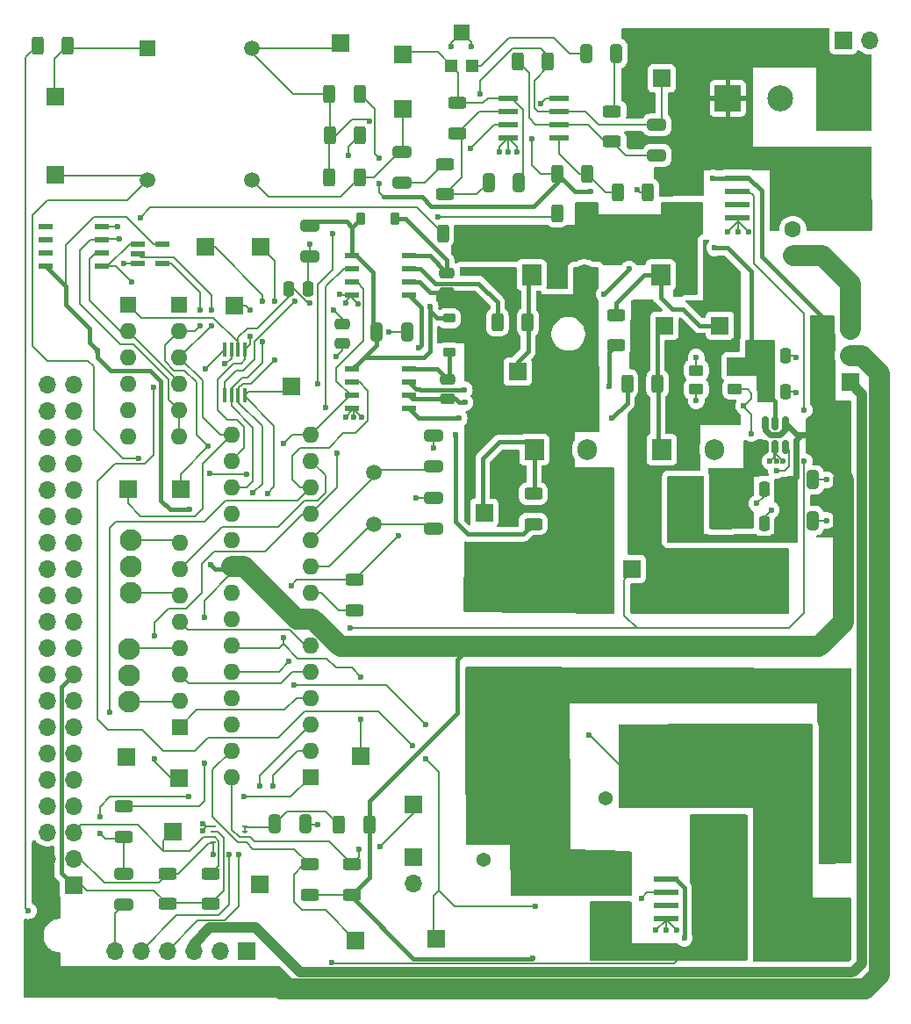
<source format=gtl>
G04 #@! TF.GenerationSoftware,KiCad,Pcbnew,8.0.8*
G04 #@! TF.CreationDate,2025-04-15T10:23:40-07:00*
G04 #@! TF.ProjectId,AtInverter_v2,4174496e-7665-4727-9465-725f76322e6b,v1*
G04 #@! TF.SameCoordinates,Original*
G04 #@! TF.FileFunction,Copper,L1,Top*
G04 #@! TF.FilePolarity,Positive*
%FSLAX46Y46*%
G04 Gerber Fmt 4.6, Leading zero omitted, Abs format (unit mm)*
G04 Created by KiCad (PCBNEW 8.0.8) date 2025-04-15 10:23:40*
%MOMM*%
%LPD*%
G01*
G04 APERTURE LIST*
G04 Aperture macros list*
%AMRoundRect*
0 Rectangle with rounded corners*
0 $1 Rounding radius*
0 $2 $3 $4 $5 $6 $7 $8 $9 X,Y pos of 4 corners*
0 Add a 4 corners polygon primitive as box body*
4,1,4,$2,$3,$4,$5,$6,$7,$8,$9,$2,$3,0*
0 Add four circle primitives for the rounded corners*
1,1,$1+$1,$2,$3*
1,1,$1+$1,$4,$5*
1,1,$1+$1,$6,$7*
1,1,$1+$1,$8,$9*
0 Add four rect primitives between the rounded corners*
20,1,$1+$1,$2,$3,$4,$5,0*
20,1,$1+$1,$4,$5,$6,$7,0*
20,1,$1+$1,$6,$7,$8,$9,0*
20,1,$1+$1,$8,$9,$2,$3,0*%
G04 Aperture macros list end*
G04 #@! TA.AperFunction,ComponentPad*
%ADD10R,1.700000X1.700000*%
G04 #@! TD*
G04 #@! TA.AperFunction,SMDPad,CuDef*
%ADD11RoundRect,0.250000X0.650000X-0.325000X0.650000X0.325000X-0.650000X0.325000X-0.650000X-0.325000X0*%
G04 #@! TD*
G04 #@! TA.AperFunction,SMDPad,CuDef*
%ADD12RoundRect,0.250000X0.312500X0.625000X-0.312500X0.625000X-0.312500X-0.625000X0.312500X-0.625000X0*%
G04 #@! TD*
G04 #@! TA.AperFunction,ComponentPad*
%ADD13R,1.905000X2.000000*%
G04 #@! TD*
G04 #@! TA.AperFunction,ComponentPad*
%ADD14O,1.905000X2.000000*%
G04 #@! TD*
G04 #@! TA.AperFunction,SMDPad,CuDef*
%ADD15RoundRect,0.250000X-0.625000X0.312500X-0.625000X-0.312500X0.625000X-0.312500X0.625000X0.312500X0*%
G04 #@! TD*
G04 #@! TA.AperFunction,SMDPad,CuDef*
%ADD16RoundRect,0.250000X-0.312500X-0.625000X0.312500X-0.625000X0.312500X0.625000X-0.312500X0.625000X0*%
G04 #@! TD*
G04 #@! TA.AperFunction,SMDPad,CuDef*
%ADD17R,1.460500X0.533400*%
G04 #@! TD*
G04 #@! TA.AperFunction,SMDPad,CuDef*
%ADD18RoundRect,0.225000X0.375000X-0.225000X0.375000X0.225000X-0.375000X0.225000X-0.375000X-0.225000X0*%
G04 #@! TD*
G04 #@! TA.AperFunction,SMDPad,CuDef*
%ADD19R,1.981200X0.558800*%
G04 #@! TD*
G04 #@! TA.AperFunction,SMDPad,CuDef*
%ADD20RoundRect,0.250000X-0.325000X-0.650000X0.325000X-0.650000X0.325000X0.650000X-0.325000X0.650000X0*%
G04 #@! TD*
G04 #@! TA.AperFunction,ComponentPad*
%ADD21R,1.600000X1.600000*%
G04 #@! TD*
G04 #@! TA.AperFunction,ComponentPad*
%ADD22O,1.600000X1.600000*%
G04 #@! TD*
G04 #@! TA.AperFunction,SMDPad,CuDef*
%ADD23RoundRect,0.250000X0.625000X-0.312500X0.625000X0.312500X-0.625000X0.312500X-0.625000X-0.312500X0*%
G04 #@! TD*
G04 #@! TA.AperFunction,SMDPad,CuDef*
%ADD24RoundRect,0.250000X0.325000X0.650000X-0.325000X0.650000X-0.325000X-0.650000X0.325000X-0.650000X0*%
G04 #@! TD*
G04 #@! TA.AperFunction,SMDPad,CuDef*
%ADD25RoundRect,0.250000X-0.475000X0.250000X-0.475000X-0.250000X0.475000X-0.250000X0.475000X0.250000X0*%
G04 #@! TD*
G04 #@! TA.AperFunction,ComponentPad*
%ADD26C,2.100000*%
G04 #@! TD*
G04 #@! TA.AperFunction,SMDPad,CuDef*
%ADD27R,0.457200X1.371600*%
G04 #@! TD*
G04 #@! TA.AperFunction,SMDPad,CuDef*
%ADD28RoundRect,0.150000X0.150000X-0.512500X0.150000X0.512500X-0.150000X0.512500X-0.150000X-0.512500X0*%
G04 #@! TD*
G04 #@! TA.AperFunction,SMDPad,CuDef*
%ADD29R,1.473200X0.558800*%
G04 #@! TD*
G04 #@! TA.AperFunction,SMDPad,CuDef*
%ADD30RoundRect,0.250000X0.450000X-0.262500X0.450000X0.262500X-0.450000X0.262500X-0.450000X-0.262500X0*%
G04 #@! TD*
G04 #@! TA.AperFunction,ComponentPad*
%ADD31O,1.700000X1.700000*%
G04 #@! TD*
G04 #@! TA.AperFunction,ComponentPad*
%ADD32R,1.600200X1.600200*%
G04 #@! TD*
G04 #@! TA.AperFunction,ComponentPad*
%ADD33C,1.600200*%
G04 #@! TD*
G04 #@! TA.AperFunction,ComponentPad*
%ADD34C,1.500000*%
G04 #@! TD*
G04 #@! TA.AperFunction,SMDPad,CuDef*
%ADD35RoundRect,0.250000X-0.250000X-0.475000X0.250000X-0.475000X0.250000X0.475000X-0.250000X0.475000X0*%
G04 #@! TD*
G04 #@! TA.AperFunction,SMDPad,CuDef*
%ADD36R,1.460500X0.558800*%
G04 #@! TD*
G04 #@! TA.AperFunction,ComponentPad*
%ADD37C,1.371600*%
G04 #@! TD*
G04 #@! TA.AperFunction,SMDPad,CuDef*
%ADD38RoundRect,0.250000X0.250000X0.475000X-0.250000X0.475000X-0.250000X-0.475000X0.250000X-0.475000X0*%
G04 #@! TD*
G04 #@! TA.AperFunction,SMDPad,CuDef*
%ADD39RoundRect,0.225000X0.225000X0.375000X-0.225000X0.375000X-0.225000X-0.375000X0.225000X-0.375000X0*%
G04 #@! TD*
G04 #@! TA.AperFunction,SMDPad,CuDef*
%ADD40R,1.193800X1.193800*%
G04 #@! TD*
G04 #@! TA.AperFunction,SMDPad,CuDef*
%ADD41R,1.600200X1.498600*%
G04 #@! TD*
G04 #@! TA.AperFunction,SMDPad,CuDef*
%ADD42O,0.599999X0.249999*%
G04 #@! TD*
G04 #@! TA.AperFunction,SMDPad,CuDef*
%ADD43R,1.803400X4.495800*%
G04 #@! TD*
G04 #@! TA.AperFunction,ComponentPad*
%ADD44R,1.508000X1.508000*%
G04 #@! TD*
G04 #@! TA.AperFunction,ComponentPad*
%ADD45C,1.508000*%
G04 #@! TD*
G04 #@! TA.AperFunction,ComponentPad*
%ADD46R,2.500000X2.500000*%
G04 #@! TD*
G04 #@! TA.AperFunction,ComponentPad*
%ADD47C,2.500000*%
G04 #@! TD*
G04 #@! TA.AperFunction,SMDPad,CuDef*
%ADD48RoundRect,0.250000X-0.650000X0.325000X-0.650000X-0.325000X0.650000X-0.325000X0.650000X0.325000X0*%
G04 #@! TD*
G04 #@! TA.AperFunction,ComponentPad*
%ADD49C,2.565400*%
G04 #@! TD*
G04 #@! TA.AperFunction,SMDPad,CuDef*
%ADD50R,2.469157X0.622132*%
G04 #@! TD*
G04 #@! TA.AperFunction,SMDPad,CuDef*
%ADD51RoundRect,0.250000X-0.450000X0.262500X-0.450000X-0.262500X0.450000X-0.262500X0.450000X0.262500X0*%
G04 #@! TD*
G04 #@! TA.AperFunction,ViaPad*
%ADD52C,0.600000*%
G04 #@! TD*
G04 #@! TA.AperFunction,Conductor*
%ADD53C,0.200000*%
G04 #@! TD*
G04 #@! TA.AperFunction,Conductor*
%ADD54C,0.150000*%
G04 #@! TD*
G04 #@! TA.AperFunction,Conductor*
%ADD55C,0.127000*%
G04 #@! TD*
G04 #@! TA.AperFunction,Conductor*
%ADD56C,0.400000*%
G04 #@! TD*
G04 #@! TA.AperFunction,Conductor*
%ADD57C,2.000000*%
G04 #@! TD*
G04 #@! TA.AperFunction,Conductor*
%ADD58C,0.600000*%
G04 #@! TD*
G04 #@! TA.AperFunction,Conductor*
%ADD59C,1.000000*%
G04 #@! TD*
G04 APERTURE END LIST*
D10*
X125327400Y-47659400D03*
D11*
X100228400Y-57685200D03*
X100228400Y-54735200D03*
D12*
X96204500Y-53136800D03*
X93279500Y-53136800D03*
D13*
X125222000Y-66598800D03*
D14*
X127762000Y-66598800D03*
X130302000Y-66598800D03*
D15*
X73431400Y-117866700D03*
X73431400Y-120791700D03*
D16*
X121067100Y-58674000D03*
X123992100Y-58674000D03*
D10*
X100330000Y-45395000D03*
D17*
X71304150Y-65760600D03*
X71304150Y-64490600D03*
X71304150Y-63220600D03*
X71304150Y-61950600D03*
X65855850Y-61950600D03*
X65855850Y-63220600D03*
X65855850Y-64490600D03*
X65855850Y-65760600D03*
D10*
X81330800Y-63906400D03*
X125603000Y-71501000D03*
D18*
X104800400Y-74090800D03*
X104800400Y-70790800D03*
D19*
X110515400Y-49606200D03*
X110515400Y-50876200D03*
X110515400Y-52146200D03*
X110515400Y-53416200D03*
X115443000Y-53416200D03*
X115443000Y-52146200D03*
X115443000Y-50876200D03*
X115443000Y-49606200D03*
D12*
X114343900Y-46024800D03*
X111418900Y-46024800D03*
D20*
X97788200Y-72085200D03*
X100738200Y-72085200D03*
D21*
X91455400Y-115011200D03*
D22*
X91455400Y-112471200D03*
X91455400Y-109931200D03*
X91455400Y-107391200D03*
X91455400Y-104851200D03*
X91455400Y-102311200D03*
X91455400Y-99771200D03*
X91455400Y-97231200D03*
X91455400Y-94691200D03*
X91455400Y-92151200D03*
X91455400Y-89611200D03*
X91455400Y-87071200D03*
X91455400Y-84531200D03*
X91455400Y-81991200D03*
X83835400Y-81991200D03*
X83835400Y-84531200D03*
X83835400Y-87071200D03*
X83835400Y-89611200D03*
X83835400Y-92151200D03*
X83835400Y-94691200D03*
X83835400Y-97231200D03*
X83835400Y-99771200D03*
X83835400Y-102311200D03*
X83835400Y-104851200D03*
X83835400Y-107391200D03*
X83835400Y-109931200D03*
X83835400Y-112471200D03*
X83835400Y-115011200D03*
D23*
X77622400Y-127268700D03*
X77622400Y-124343700D03*
D11*
X73431400Y-127281200D03*
X73431400Y-124331200D03*
D24*
X90933800Y-119532400D03*
X87983800Y-119532400D03*
D10*
X89611200Y-77317600D03*
D16*
X115225100Y-56896000D03*
X118150100Y-56896000D03*
D13*
X112776000Y-66598800D03*
D14*
X115316000Y-66598800D03*
X117856000Y-66598800D03*
D10*
X78130400Y-120243600D03*
D25*
X94488000Y-71313000D03*
X94488000Y-73213000D03*
D26*
X73964800Y-107746800D03*
X73964800Y-105206800D03*
X73964800Y-102666800D03*
D10*
X78892400Y-87223600D03*
D23*
X91338400Y-126379700D03*
X91338400Y-123454700D03*
X95402400Y-126379700D03*
X95402400Y-123454700D03*
D27*
X85109598Y-73799700D03*
X84459600Y-73799700D03*
X83809598Y-73799700D03*
X83159600Y-73799700D03*
X83159600Y-78193900D03*
X83809598Y-78193900D03*
X84459600Y-78193900D03*
X85109598Y-78193900D03*
D10*
X100355400Y-50622200D03*
D26*
X74066400Y-97282000D03*
X74066400Y-94742000D03*
X74066400Y-92202000D03*
D23*
X112928400Y-90616500D03*
X112928400Y-87691500D03*
D10*
X140843000Y-82042000D03*
D28*
X135321000Y-83179500D03*
X136271000Y-83179500D03*
X137221000Y-83179500D03*
X137221000Y-80904500D03*
X136271000Y-80904500D03*
X135321000Y-80904500D03*
D24*
X120956600Y-45262800D03*
X118006600Y-45262800D03*
D29*
X74803000Y-63616799D03*
X74803000Y-64566800D03*
X74803000Y-65516801D03*
X77190600Y-65516801D03*
X77190600Y-63616799D03*
D30*
X132384800Y-77620500D03*
X132384800Y-75795500D03*
D11*
X103327200Y-85041000D03*
X103327200Y-82091000D03*
D31*
X140970000Y-71882000D03*
X143510000Y-71882000D03*
X140970000Y-74422000D03*
X143510000Y-74422000D03*
X140970000Y-76962000D03*
D10*
X143510000Y-76962000D03*
X101371400Y-117678200D03*
D32*
X137966000Y-59690000D03*
D33*
X137966000Y-62230000D03*
X137966000Y-64770000D03*
D10*
X95783400Y-130759200D03*
D15*
X105566200Y-50048700D03*
X105566200Y-52973700D03*
D34*
X97561400Y-85624800D03*
X97561400Y-90624800D03*
D16*
X121981500Y-77089000D03*
X124906500Y-77089000D03*
D35*
X135321000Y-74371200D03*
X137221000Y-74371200D03*
D10*
X84099400Y-69545200D03*
D16*
X93257900Y-57200800D03*
X96182900Y-57200800D03*
D21*
X78790800Y-69467400D03*
D22*
X78790800Y-72007400D03*
X78790800Y-74547400D03*
X78790800Y-77087400D03*
X78790800Y-79627400D03*
X78790800Y-82167400D03*
D35*
X135321000Y-77851000D03*
X137221000Y-77851000D03*
D36*
X95472250Y-64744600D03*
X95472250Y-66014600D03*
X95472250Y-67284600D03*
X95472250Y-68554600D03*
X100920550Y-68554600D03*
X100920550Y-67284600D03*
X100920550Y-66014600D03*
X100920550Y-64744600D03*
D37*
X124866400Y-117094000D03*
X119866400Y-117094000D03*
D10*
X73685400Y-113106200D03*
D23*
X120929400Y-73395300D03*
X120929400Y-70470300D03*
D24*
X142826000Y-90297000D03*
X139876000Y-90297000D03*
X111562400Y-57708800D03*
X108612400Y-57708800D03*
D37*
X113131600Y-122986800D03*
X108131600Y-122986800D03*
D13*
X113030000Y-83439000D03*
D14*
X115570000Y-83439000D03*
X118110000Y-83439000D03*
D38*
X137094000Y-87249000D03*
X135194000Y-87249000D03*
D21*
X78841600Y-110185200D03*
D22*
X78841600Y-107645200D03*
X78841600Y-105105200D03*
X78841600Y-102565200D03*
X78841600Y-100025200D03*
X78841600Y-97485200D03*
X78841600Y-94945200D03*
X78841600Y-92405200D03*
D10*
X142341600Y-118922800D03*
D31*
X142341600Y-121462800D03*
D10*
X108204000Y-89535000D03*
D39*
X99592400Y-61214000D03*
X96292400Y-61214000D03*
D10*
X123190000Y-89535000D03*
D40*
X105029000Y-46456600D03*
X107010200Y-46456600D03*
D41*
X106019600Y-43205400D03*
D10*
X122428000Y-94945200D03*
D42*
X82090000Y-119810401D03*
X82090000Y-120310400D03*
X82090000Y-120810402D03*
X82090000Y-121310400D03*
X85090000Y-121310400D03*
X85090000Y-120810402D03*
X85090000Y-120310400D03*
X85090000Y-119810401D03*
D43*
X127762000Y-88950800D03*
X131064000Y-88950800D03*
D10*
X66852800Y-56926600D03*
D35*
X89321600Y-67919600D03*
X91221600Y-67919600D03*
D12*
X97118900Y-119583200D03*
X94193900Y-119583200D03*
D10*
X142341600Y-129082800D03*
D31*
X142341600Y-131622800D03*
D44*
X75746600Y-44738400D03*
D45*
X75746600Y-57438400D03*
X85746600Y-57438400D03*
X85746600Y-44738400D03*
D10*
X111404400Y-75946000D03*
D12*
X96182900Y-49174400D03*
X93257900Y-49174400D03*
D10*
X94339400Y-44272200D03*
D46*
X131713600Y-49580800D03*
D47*
X136713600Y-49580800D03*
D36*
X95472250Y-75692000D03*
X95472250Y-76962000D03*
X95472250Y-78232000D03*
X95472250Y-79502000D03*
X100920550Y-79502000D03*
X100920550Y-78232000D03*
X100920550Y-76962000D03*
X100920550Y-75692000D03*
D10*
X103530400Y-130632200D03*
X130937000Y-71501000D03*
D38*
X137094000Y-90551000D03*
X135194000Y-90551000D03*
D48*
X124843000Y-52151600D03*
X124843000Y-55101600D03*
D10*
X86512400Y-125374400D03*
D49*
X135585200Y-113741200D03*
X135585200Y-94691200D03*
D25*
X104597200Y-66410800D03*
X104597200Y-68310800D03*
D48*
X91338400Y-61872600D03*
X91338400Y-64822600D03*
D13*
X125323600Y-83439000D03*
D14*
X127863600Y-83439000D03*
X130403600Y-83439000D03*
D10*
X117602000Y-89535000D03*
D16*
X109484700Y-71170800D03*
X112409700Y-71170800D03*
D25*
X104648000Y-76672400D03*
X104648000Y-78572400D03*
D12*
X68010500Y-44500800D03*
X65085500Y-44500800D03*
D10*
X85242400Y-131775200D03*
D31*
X82702400Y-131775200D03*
X80162400Y-131775200D03*
X77622400Y-131775200D03*
X75082400Y-131775200D03*
X72542400Y-131775200D03*
D50*
X127814800Y-57277000D03*
X127814800Y-58547000D03*
X127814800Y-59817000D03*
X127814800Y-61087000D03*
X132641998Y-61087000D03*
X132641998Y-59817000D03*
X132641998Y-58547000D03*
X132641998Y-57277000D03*
D10*
X143408400Y-49072800D03*
D31*
X143408400Y-51612800D03*
D10*
X131724400Y-119837200D03*
D12*
X118150100Y-60655200D03*
X115225100Y-60655200D03*
D16*
X104201500Y-62585600D03*
X107126500Y-62585600D03*
D10*
X66856600Y-49437400D03*
X101369600Y-122732800D03*
D31*
X101369600Y-125272800D03*
D24*
X142826000Y-86360000D03*
X139876000Y-86360000D03*
D15*
X95707200Y-96022700D03*
X95707200Y-98947700D03*
D10*
X73812400Y-87223600D03*
D46*
X131205600Y-128320800D03*
D47*
X136205600Y-128320800D03*
D23*
X120525000Y-53757600D03*
X120525000Y-50832600D03*
D31*
X145389600Y-43992800D03*
D10*
X142849600Y-43992800D03*
X78765400Y-115138200D03*
D21*
X73837800Y-69467400D03*
D22*
X73837800Y-72007400D03*
X73837800Y-74547400D03*
X73837800Y-77087400D03*
X73837800Y-79627400D03*
X73837800Y-82167400D03*
D23*
X104372400Y-58851900D03*
X104372400Y-55926900D03*
D10*
X86664800Y-63906400D03*
D48*
X103327200Y-88085400D03*
X103327200Y-91035400D03*
D51*
X128651000Y-75795500D03*
X128651000Y-77620500D03*
D23*
X81813400Y-127268700D03*
X81813400Y-124343700D03*
D50*
X120922402Y-124841000D03*
X120922402Y-126111000D03*
X120922402Y-127381000D03*
X120922402Y-128651000D03*
X125749600Y-128651000D03*
X125749600Y-127381000D03*
X125749600Y-126111000D03*
X125749600Y-124841000D03*
D10*
X96291400Y-112979200D03*
D49*
X109220000Y-94691200D03*
X109220000Y-113741200D03*
D31*
X66040000Y-77165200D03*
X68580000Y-77165200D03*
X66040000Y-79705200D03*
X68580000Y-79705200D03*
X66040000Y-82245200D03*
X68580000Y-82245200D03*
X66040000Y-84785200D03*
X68580000Y-84785200D03*
X66040000Y-87325200D03*
X68580000Y-87325200D03*
X66040000Y-89865200D03*
X68580000Y-89865200D03*
X66040000Y-92405200D03*
X68580000Y-92405200D03*
X66040000Y-94945200D03*
X68580000Y-94945200D03*
X66040000Y-97485200D03*
X68580000Y-97485200D03*
X66040000Y-100025200D03*
X68580000Y-100025200D03*
X66040000Y-102565200D03*
X68580000Y-102565200D03*
X66040000Y-105105200D03*
X68580000Y-105105200D03*
X66040000Y-107645200D03*
X68580000Y-107645200D03*
X66040000Y-110185200D03*
X68580000Y-110185200D03*
X66040000Y-112725200D03*
X68580000Y-112725200D03*
X66040000Y-115265200D03*
X68580000Y-115265200D03*
X66040000Y-117805200D03*
X68580000Y-117805200D03*
X66040000Y-120345200D03*
X68580000Y-120345200D03*
X66040000Y-122885200D03*
X68580000Y-122885200D03*
X66040000Y-125425200D03*
D10*
X68580000Y-125425200D03*
D52*
X85293200Y-85801200D03*
X118262400Y-110947200D03*
X81737200Y-85750400D03*
X89814400Y-106121200D03*
X74828400Y-84277200D03*
X102514400Y-109931200D03*
X135890000Y-89281000D03*
X94843600Y-69342000D03*
X103327200Y-83261200D03*
X92100400Y-119583200D03*
X98958400Y-72136000D03*
X91338400Y-63652400D03*
X109677200Y-54762400D03*
X105003600Y-44602400D03*
X126746000Y-129794000D03*
X110515400Y-54762400D03*
X141224000Y-90297000D03*
X133694802Y-62465598D03*
X106984800Y-44602400D03*
X94843600Y-80314800D03*
X141224000Y-86360000D03*
X96367600Y-80314800D03*
X132678802Y-62465598D03*
X81026000Y-120192800D03*
X111353600Y-54762400D03*
X138283600Y-77978000D03*
X93878400Y-74472800D03*
X94234000Y-68478400D03*
X73456800Y-65481200D03*
X135763000Y-84582000D03*
X122936000Y-58420000D03*
X125730000Y-129794000D03*
X95989600Y-69364400D03*
X134493000Y-88646000D03*
X81026000Y-119481600D03*
X128651000Y-74549000D03*
X138283600Y-74549000D03*
X72847200Y-61976000D03*
X137033000Y-84582000D03*
X136398000Y-84582000D03*
X131662802Y-62465598D03*
X95605600Y-80314800D03*
X101625400Y-88087200D03*
X95097600Y-55067200D03*
X124714000Y-129794000D03*
X83159600Y-75184000D03*
X112776000Y-53441600D03*
X70866000Y-73914000D03*
X81813400Y-94564200D03*
X130276600Y-57251600D03*
X91338400Y-69342000D03*
X98044000Y-57759600D03*
X81178400Y-99644200D03*
X112877600Y-132467400D03*
X127508000Y-130556000D03*
X81178400Y-113639600D03*
X93624400Y-69951600D03*
X113639600Y-50088800D03*
X79781400Y-89230200D03*
X118465600Y-58583227D03*
X98069400Y-55321200D03*
X87782400Y-115900200D03*
X84480400Y-122504200D03*
X86512400Y-115900200D03*
X83591400Y-122504200D03*
X71145400Y-120472200D03*
X84988400Y-116916200D03*
X79654400Y-116916200D03*
X71145400Y-118821200D03*
X92938600Y-79425800D03*
X76352400Y-101422200D03*
X76352400Y-113233200D03*
X93980000Y-83769200D03*
X81889600Y-70002400D03*
X81889600Y-71475600D03*
X86817200Y-69164200D03*
X86817200Y-73075800D03*
X87985600Y-74777600D03*
X87985600Y-69113400D03*
X85902800Y-87579200D03*
X87299800Y-87655400D03*
X72034400Y-108788200D03*
X102514400Y-113233200D03*
X81305400Y-75641200D03*
X76301600Y-77470000D03*
X101244400Y-111963200D03*
X113131600Y-127457200D03*
X123342400Y-126695200D03*
X139065000Y-79629000D03*
X139065000Y-84582000D03*
X89369900Y-103898700D03*
X95275400Y-100660200D03*
X92176600Y-77139800D03*
X103733600Y-61010800D03*
X96291400Y-109423200D03*
X93573600Y-62653300D03*
X99923600Y-91744800D03*
X89560400Y-96586200D03*
X88798400Y-101549200D03*
X96291400Y-105359200D03*
X107797600Y-49199800D03*
X89966800Y-69138800D03*
X80772000Y-71475600D03*
X80772000Y-70002400D03*
X81559400Y-83134200D03*
X88798400Y-82880200D03*
X74218800Y-67310000D03*
X75031600Y-61061600D03*
X72999600Y-63144400D03*
X85598000Y-69977000D03*
X85598000Y-72517000D03*
X106324400Y-78917800D03*
X93522800Y-132910800D03*
X64211200Y-127914400D03*
X98145600Y-121716800D03*
X96113600Y-121970800D03*
X82091400Y-122478800D03*
X97111100Y-51765200D03*
X106832400Y-54432200D03*
X105410000Y-82042000D03*
X101904800Y-73609200D03*
X106273600Y-77673200D03*
X120243600Y-77393800D03*
X120497600Y-80441800D03*
X105765600Y-80441800D03*
X133985000Y-81915000D03*
X136398000Y-85471000D03*
X128651000Y-78740000D03*
X133223000Y-79248000D03*
X119761000Y-68453000D03*
X122174000Y-66040000D03*
X102971600Y-69646800D03*
X130429000Y-64008000D03*
D53*
X63957200Y-45629100D02*
X65085500Y-44500800D01*
X63957200Y-127660400D02*
X63957200Y-45629100D01*
X64211200Y-127914400D02*
X63957200Y-127660400D01*
X73749000Y-59436000D02*
X75746600Y-57438400D01*
X64617600Y-60858400D02*
X66040000Y-59436000D01*
X64617600Y-73431400D02*
X64617600Y-60858400D01*
X66040000Y-59436000D02*
X73749000Y-59436000D01*
X66065400Y-74879200D02*
X64617600Y-73431400D01*
X69951600Y-74879200D02*
X66065400Y-74879200D01*
X70510400Y-75438000D02*
X69951600Y-74879200D01*
D54*
X81788000Y-85801200D02*
X81737200Y-85750400D01*
D53*
X124460000Y-117043200D02*
X124866400Y-117043200D01*
X67005200Y-57079000D02*
X75387200Y-57079000D01*
X66852800Y-56926600D02*
X67005200Y-57079000D01*
X75387200Y-57079000D02*
X75746600Y-57438400D01*
X89814400Y-106121200D02*
X98704400Y-106121200D01*
X118262400Y-110947200D02*
X118364000Y-110947200D01*
X118364000Y-110947200D02*
X124460000Y-117043200D01*
D54*
X70510400Y-81483200D02*
X70510400Y-75438000D01*
X73304400Y-84277200D02*
X70510400Y-81483200D01*
D53*
X98704400Y-106121200D02*
X102514400Y-109931200D01*
D54*
X85293200Y-85801200D02*
X81788000Y-85801200D01*
X74828400Y-84277200D02*
X73304400Y-84277200D01*
X72542400Y-128170200D02*
X72542400Y-131775200D01*
X73431400Y-127281200D02*
X72542400Y-128170200D01*
X123190000Y-58674000D02*
X123992100Y-58674000D01*
X122936000Y-58420000D02*
X123190000Y-58674000D01*
D53*
X141224000Y-86360000D02*
X139876000Y-86360000D01*
D54*
X73456800Y-65481200D02*
X74767399Y-65481200D01*
X74767399Y-65481200D02*
X74803000Y-65516801D01*
D53*
X95554800Y-79502000D02*
X95472250Y-79502000D01*
X136271000Y-83179500D02*
X136271000Y-84455000D01*
X111353600Y-54762400D02*
X111353600Y-54254400D01*
X103327200Y-83261200D02*
X103327200Y-82091000D01*
X105003600Y-44221400D02*
X106019600Y-43205400D01*
X138105800Y-74371200D02*
X138283600Y-74549000D01*
D54*
X95707200Y-98947700D02*
X94197900Y-98947700D01*
D53*
X91221600Y-67919600D02*
X91196200Y-67894200D01*
X91196200Y-64964800D02*
X91338400Y-64822600D01*
X103327200Y-88085400D02*
X101627200Y-88085400D01*
X94843600Y-69183250D02*
X95472250Y-68554600D01*
X136144000Y-84201000D02*
X135763000Y-84582000D01*
D54*
X81026000Y-120142000D02*
X81026000Y-120192800D01*
D53*
X128651000Y-75795500D02*
X128651000Y-74549000D01*
X106984800Y-44602400D02*
X106984800Y-44170600D01*
D54*
X83809598Y-74635500D02*
X83809598Y-73799700D01*
D53*
X132660400Y-62447196D02*
X132678802Y-62465598D01*
X125711598Y-129775598D02*
X125730000Y-129794000D01*
X137221000Y-74371200D02*
X138105800Y-74371200D01*
X136271000Y-83179500D02*
X136271000Y-83566000D01*
X138156600Y-77851000D02*
X138283600Y-77978000D01*
X95472250Y-79686150D02*
X95472250Y-79502000D01*
D54*
X83261098Y-75184000D02*
X83809598Y-74635500D01*
D53*
X96367600Y-80314800D02*
X95554800Y-79502000D01*
X135194000Y-89977000D02*
X135194000Y-90551000D01*
X109677200Y-54762400D02*
X109677200Y-54254400D01*
X94234000Y-68478400D02*
X94310200Y-68554600D01*
X136271000Y-83566000D02*
X136144000Y-83693000D01*
X94488000Y-73863200D02*
X93878400Y-74472800D01*
D54*
X94197900Y-98947700D02*
X92481400Y-97231200D01*
D53*
X132660400Y-61431196D02*
X133694802Y-62465598D01*
X136144000Y-83693000D02*
X136144000Y-84201000D01*
X110515400Y-54762400D02*
X110515400Y-53416200D01*
X134493000Y-88646000D02*
X135194000Y-87945000D01*
D54*
X92481400Y-97231200D02*
X91455400Y-97231200D01*
X92100400Y-119583200D02*
X90908400Y-119583200D01*
D53*
X94310200Y-68554600D02*
X95472250Y-68554600D01*
X94843600Y-80314800D02*
X95472250Y-79686150D01*
X100687400Y-72136000D02*
X100738200Y-72085200D01*
X135194000Y-87945000D02*
X135194000Y-87249000D01*
X95605600Y-80314800D02*
X95605600Y-79552800D01*
X94843600Y-69342000D02*
X94843600Y-69183250D01*
D55*
X82090000Y-119810401D02*
X81357599Y-119810401D01*
D53*
X94488000Y-73213000D02*
X94488000Y-73863200D01*
X132660400Y-61468000D02*
X131662802Y-62465598D01*
X132660400Y-61315798D02*
X132660400Y-62447196D01*
X136271000Y-84455000D02*
X136398000Y-84582000D01*
X105003600Y-44602400D02*
X105003600Y-44221400D01*
X136271000Y-83179500D02*
X136271000Y-83820000D01*
D54*
X81028798Y-119481600D02*
X81357599Y-119810401D01*
D53*
X141224000Y-90297000D02*
X139876000Y-90297000D01*
X136271000Y-83820000D02*
X137033000Y-84582000D01*
X125711598Y-128759598D02*
X126746000Y-129794000D01*
X137221000Y-77851000D02*
X138156600Y-77851000D01*
D54*
X81026000Y-119481600D02*
X81028798Y-119481600D01*
D53*
X125711598Y-128796402D02*
X124714000Y-129794000D01*
X106984800Y-44170600D02*
X106019600Y-43205400D01*
D54*
X95097600Y-54243700D02*
X96204500Y-53136800D01*
X71304150Y-61950600D02*
X72821800Y-61950600D01*
X72821800Y-61950600D02*
X72847200Y-61976000D01*
D53*
X111353600Y-54254400D02*
X110515400Y-53416200D01*
X95989600Y-69364400D02*
X95472250Y-68847050D01*
D54*
X81357599Y-119810401D02*
X81026000Y-120142000D01*
D53*
X101627200Y-88085400D02*
X101625400Y-88087200D01*
X91338400Y-63652400D02*
X91338400Y-64822600D01*
X125711598Y-128644200D02*
X125711598Y-129775598D01*
D54*
X83159600Y-75184000D02*
X83261098Y-75184000D01*
D53*
X91196200Y-67894200D02*
X91196200Y-64964800D01*
X95472250Y-68847050D02*
X95472250Y-68554600D01*
D54*
X95097600Y-55067200D02*
X95097600Y-54243700D01*
D53*
X98958400Y-72136000D02*
X100687400Y-72136000D01*
X109677200Y-54254400D02*
X110515400Y-53416200D01*
X135890000Y-89281000D02*
X135194000Y-89977000D01*
X80670400Y-117805200D02*
X73492900Y-117805200D01*
X73837800Y-69467400D02*
X75084000Y-70713600D01*
D56*
X105562400Y-103708200D02*
X105562400Y-108884450D01*
D54*
X84459600Y-72639400D02*
X84459600Y-73799700D01*
D56*
X72186800Y-75844400D02*
X70866000Y-74523600D01*
D53*
X81178400Y-113639600D02*
X81178400Y-117297200D01*
D57*
X142826000Y-90297000D02*
X142826000Y-100125000D01*
D58*
X135321000Y-80904500D02*
X135321000Y-81566999D01*
D56*
X97118900Y-117327950D02*
X97118900Y-119583200D01*
X105562400Y-108884450D02*
X97118900Y-117327950D01*
X126673112Y-124841000D02*
X127508000Y-125675888D01*
D57*
X84988400Y-94691200D02*
X90068400Y-99771200D01*
D56*
X132641998Y-57277000D02*
X133731000Y-57277000D01*
D53*
X81178400Y-117297200D02*
X80670400Y-117805200D01*
D56*
X65906650Y-65760600D02*
X65855850Y-65760600D01*
D54*
X89321600Y-68717200D02*
X86283800Y-71755000D01*
D53*
X112776000Y-53441600D02*
X112776000Y-56001500D01*
D54*
X70561200Y-61010800D02*
X73710800Y-61010800D01*
D56*
X81813400Y-94564200D02*
X82194400Y-94945200D01*
X102209600Y-59105800D02*
X103098600Y-59994800D01*
X112939100Y-59994800D02*
X115225100Y-57708800D01*
D53*
X89814400Y-67919600D02*
X89321600Y-67919600D01*
D58*
X140843000Y-82042000D02*
X138811000Y-82042000D01*
D54*
X76316799Y-63616799D02*
X77190600Y-63616799D01*
D56*
X77012800Y-88341200D02*
X77012800Y-76860400D01*
X134946400Y-64842400D02*
X140970000Y-70866000D01*
X116912327Y-58583227D02*
X115225100Y-56896000D01*
D54*
X81178400Y-97993200D02*
X83835400Y-95336200D01*
D58*
X138303000Y-82550000D02*
X138303000Y-86040000D01*
D53*
X97637600Y-54889400D02*
X97637600Y-50629100D01*
D56*
X133731000Y-57277000D02*
X134946400Y-58492400D01*
D53*
X114122200Y-49606200D02*
X115443000Y-49606200D01*
D57*
X142826000Y-90297000D02*
X142826000Y-86360000D01*
D56*
X77012800Y-76860400D02*
X75996800Y-75844400D01*
X97118900Y-124663200D02*
X97118900Y-119583200D01*
D53*
X113639600Y-50088800D02*
X114122200Y-49606200D01*
D56*
X75996800Y-75844400D02*
X72186800Y-75844400D01*
X132641998Y-57277000D02*
X130302000Y-57277000D01*
D54*
X81178400Y-99644200D02*
X81178400Y-97993200D01*
D56*
X70104000Y-73152000D02*
X70104000Y-71729600D01*
D53*
X97637600Y-50629100D02*
X96182900Y-49174400D01*
D56*
X125749600Y-124841000D02*
X126673112Y-124841000D01*
X112807800Y-132537200D02*
X101371400Y-132537200D01*
D57*
X90068400Y-99771200D02*
X91455400Y-99771200D01*
D56*
X130302000Y-57277000D02*
X130276600Y-57251600D01*
X101371400Y-132537200D02*
X95402400Y-126568200D01*
X98475800Y-59105800D02*
X102209600Y-59105800D01*
D58*
X138811000Y-82042000D02*
X138303000Y-82550000D01*
D56*
X112877600Y-132467400D02*
X112807800Y-132537200D01*
D53*
X98069400Y-55321200D02*
X97637600Y-54889400D01*
X113670500Y-56896000D02*
X115225100Y-56896000D01*
D58*
X137221000Y-81521000D02*
X137221000Y-80904500D01*
D56*
X67818000Y-69443600D02*
X67818000Y-67671950D01*
D53*
X112776000Y-56001500D02*
X113670500Y-56896000D01*
D58*
X136700000Y-82042000D02*
X137221000Y-81521000D01*
D56*
X70104000Y-71729600D02*
X67818000Y-69443600D01*
D54*
X73710800Y-61010800D02*
X76316799Y-63616799D01*
D56*
X70866000Y-74523600D02*
X70866000Y-73914000D01*
D57*
X142826000Y-100125000D02*
X140512800Y-102438200D01*
D54*
X65855850Y-65760600D02*
X66037600Y-65760600D01*
D53*
X73492900Y-117805200D02*
X73431400Y-117866700D01*
D54*
X85344000Y-71755000D02*
X84459600Y-72639400D01*
D56*
X106832400Y-102438200D02*
X105562400Y-103708200D01*
D57*
X83835400Y-94691200D02*
X84988400Y-94691200D01*
D58*
X138303000Y-86040000D02*
X137094000Y-87249000D01*
D53*
X91236800Y-69342000D02*
X89814400Y-67919600D01*
D57*
X140512800Y-102438200D02*
X106832400Y-102438200D01*
X94307590Y-102438200D02*
X91640590Y-99771200D01*
D53*
X75084000Y-70713600D02*
X82091898Y-70713600D01*
X84459600Y-73081302D02*
X84459600Y-73799700D01*
D56*
X83581400Y-94945200D02*
X83835400Y-94691200D01*
D53*
X95402400Y-126379700D02*
X91338400Y-126379700D01*
D54*
X83835400Y-95336200D02*
X83835400Y-94691200D01*
X67818000Y-63754000D02*
X70561200Y-61010800D01*
D56*
X67818000Y-67671950D02*
X65906650Y-65760600D01*
D57*
X91640590Y-99771200D02*
X91455400Y-99771200D01*
D54*
X89321600Y-67919600D02*
X89321600Y-68717200D01*
D56*
X82194400Y-94945200D02*
X83581400Y-94945200D01*
D53*
X98475800Y-59105800D02*
X98044000Y-58674000D01*
D57*
X106832400Y-102438200D02*
X94307590Y-102438200D01*
D56*
X127508000Y-125675888D02*
X127508000Y-130556000D01*
D58*
X138358500Y-82042000D02*
X137221000Y-80904500D01*
D53*
X91338400Y-69342000D02*
X91236800Y-69342000D01*
X115225100Y-57708800D02*
X115225100Y-56896000D01*
D54*
X67818000Y-67671950D02*
X67818000Y-63754000D01*
D53*
X93624400Y-69951600D02*
X94488000Y-70815200D01*
D56*
X77901800Y-89230200D02*
X77012800Y-88341200D01*
X79781400Y-89230200D02*
X77901800Y-89230200D01*
X140970000Y-70866000D02*
X140970000Y-71882000D01*
D53*
X94488000Y-70815200D02*
X94488000Y-71313000D01*
D58*
X138811000Y-82042000D02*
X138358500Y-82042000D01*
D56*
X70866000Y-73914000D02*
X70104000Y-73152000D01*
D58*
X135321000Y-81566999D02*
X135796001Y-82042000D01*
D56*
X95402400Y-126568200D02*
X95402400Y-126379700D01*
X95402400Y-126379700D02*
X97118900Y-124663200D01*
X134946400Y-58492400D02*
X134946400Y-64842400D01*
X118465600Y-58583227D02*
X116912327Y-58583227D01*
D53*
X98044000Y-58674000D02*
X98044000Y-57759600D01*
D56*
X103098600Y-59994800D02*
X112939100Y-59994800D01*
D53*
X82091898Y-70713600D02*
X84459600Y-73081302D01*
D54*
X86283800Y-71755000D02*
X85344000Y-71755000D01*
D58*
X135796001Y-82042000D02*
X136700000Y-82042000D01*
D59*
X80162400Y-131114800D02*
X81737200Y-129540000D01*
X80162400Y-131775200D02*
X80162400Y-131114800D01*
X144653000Y-132969000D02*
X144653000Y-78105000D01*
X90454600Y-133837800D02*
X143621200Y-133837800D01*
X143867000Y-133755000D02*
X144653000Y-132969000D01*
X81737200Y-129540000D02*
X86156800Y-129540000D01*
X86156800Y-129540000D02*
X90454600Y-133837800D01*
X144653000Y-78105000D02*
X143510000Y-76962000D01*
D54*
X84480400Y-127508000D02*
X83159600Y-128828800D01*
X87782400Y-115900200D02*
X87782400Y-114884200D01*
X84480400Y-122504200D02*
X84480400Y-127508000D01*
X83159600Y-128828800D02*
X80568800Y-128828800D01*
X80568800Y-128828800D02*
X77622400Y-131775200D01*
X90195400Y-112471200D02*
X91455400Y-112471200D01*
X87782400Y-114884200D02*
X90195400Y-112471200D01*
X86512400Y-114874200D02*
X91455400Y-109931200D01*
X78511400Y-128346200D02*
X75082400Y-131775200D01*
X86512400Y-115900200D02*
X86512400Y-114874200D01*
X83591400Y-127330200D02*
X82575400Y-128346200D01*
X82575400Y-128346200D02*
X78511400Y-128346200D01*
X83591400Y-122504200D02*
X83591400Y-127330200D01*
X89550400Y-116916200D02*
X91455400Y-115011200D01*
D55*
X71145400Y-117881400D02*
X71145400Y-118821200D01*
D54*
X73456800Y-124305800D02*
X73456800Y-120817100D01*
X73456800Y-120817100D02*
X73431400Y-120791700D01*
D55*
X79654400Y-116916200D02*
X72110600Y-116916200D01*
D54*
X71145400Y-120472200D02*
X71653400Y-120980200D01*
X73431400Y-124331200D02*
X73456800Y-124305800D01*
X71653400Y-120980200D02*
X73242900Y-120980200D01*
D55*
X72110600Y-116916200D02*
X71145400Y-117881400D01*
D54*
X84988400Y-116916200D02*
X89550400Y-116916200D01*
X73242900Y-120980200D02*
X73431400Y-120791700D01*
X76352400Y-113233200D02*
X76352400Y-113487200D01*
X92938600Y-79425800D02*
X92938600Y-67741800D01*
X90703400Y-89611200D02*
X91455400Y-89611200D01*
X76352400Y-100152200D02*
X77749400Y-98755200D01*
X92938600Y-67741800D02*
X94665800Y-66014600D01*
X94665800Y-66014600D02*
X95472250Y-66014600D01*
X79400400Y-98755200D02*
X80924400Y-97231200D01*
X87020400Y-93294200D02*
X90703400Y-89611200D01*
X77749400Y-98755200D02*
X79400400Y-98755200D01*
X78003400Y-115138200D02*
X78765400Y-115138200D01*
X82119464Y-93294200D02*
X87020400Y-93294200D01*
X91455400Y-89611200D02*
X93980000Y-87086600D01*
X80924400Y-97231200D02*
X80924400Y-94489264D01*
X93980000Y-87086600D02*
X93980000Y-83769200D01*
X76352400Y-101422200D02*
X76352400Y-100152200D01*
X76352400Y-113487200D02*
X78003400Y-115138200D01*
X80924400Y-94489264D02*
X82119464Y-93294200D01*
X88925400Y-108534200D02*
X90068400Y-107391200D01*
X80492600Y-108534200D02*
X88925400Y-108534200D01*
X78841600Y-110185200D02*
X80492600Y-108534200D01*
X90068400Y-107391200D02*
X91455400Y-107391200D01*
X78841600Y-105105200D02*
X79730600Y-105994200D01*
X89687400Y-104851200D02*
X91455400Y-104851200D01*
X88544400Y-105994200D02*
X89687400Y-104851200D01*
X79730600Y-105994200D02*
X88544400Y-105994200D01*
X81889600Y-68580000D02*
X78232000Y-64922400D01*
X81026000Y-89128600D02*
X81026000Y-84800600D01*
X75158600Y-64922400D02*
X74803000Y-64566800D01*
X83835400Y-81991200D02*
X82753200Y-81991200D01*
X81051400Y-76808000D02*
X78790800Y-74547400D01*
X80797400Y-89357200D02*
X81026000Y-89128600D01*
X82753200Y-81991200D02*
X81051400Y-80289400D01*
X81862600Y-71475600D02*
X78790800Y-74547400D01*
D55*
X80289400Y-89865200D02*
X75031600Y-89865200D01*
D54*
X81026000Y-84800600D02*
X83835400Y-81991200D01*
D55*
X73812400Y-88646000D02*
X73812400Y-87223600D01*
D54*
X81889600Y-70002400D02*
X81889600Y-68580000D01*
X78232000Y-64922400D02*
X75158600Y-64922400D01*
X81889600Y-71475600D02*
X81862600Y-71475600D01*
D55*
X80797400Y-89357200D02*
X80289400Y-89865200D01*
D54*
X81051400Y-80289400D02*
X81051400Y-76808000D01*
D55*
X75031600Y-89865200D02*
X73812400Y-88646000D01*
D54*
X78841600Y-100025200D02*
X79641599Y-100825199D01*
X89422514Y-100825199D02*
X90908515Y-102311200D01*
X90908515Y-102311200D02*
X91455400Y-102311200D01*
X79641599Y-100825199D02*
X89422514Y-100825199D01*
X78841600Y-100025200D02*
X78841600Y-99822000D01*
X86817200Y-68529200D02*
X82194400Y-63906400D01*
X85852000Y-86461600D02*
X85242400Y-87071200D01*
X85394800Y-76504800D02*
X84830300Y-76504800D01*
X85242400Y-87071200D02*
X83835400Y-87071200D01*
X83809598Y-79262998D02*
X85852000Y-81305400D01*
X83809598Y-78193900D02*
X83809598Y-79262998D01*
X86817200Y-75082400D02*
X85394800Y-76504800D01*
X84830300Y-76504800D02*
X83809598Y-77525502D01*
X83809598Y-77525502D02*
X83809598Y-78193900D01*
X85852000Y-81305400D02*
X85852000Y-86461600D01*
X82194400Y-63906400D02*
X81330800Y-63906400D01*
X86817200Y-73075800D02*
X86817200Y-75082400D01*
X86817200Y-69164200D02*
X86817200Y-68529200D01*
X87985600Y-65227200D02*
X86664800Y-63906400D01*
X84459600Y-77525498D02*
X84459600Y-78193900D01*
X86766400Y-81178400D02*
X84459600Y-78871600D01*
X84921498Y-77063600D02*
X84459600Y-77525498D01*
X84459600Y-78871600D02*
X84459600Y-78193900D01*
X85699600Y-77063600D02*
X84921498Y-77063600D01*
X86766400Y-86715600D02*
X86766400Y-81178400D01*
X87985600Y-69113400D02*
X87985600Y-65227200D01*
X87985600Y-74777600D02*
X85699600Y-77063600D01*
X85902800Y-87579200D02*
X86766400Y-86715600D01*
X85109598Y-78302398D02*
X85109598Y-78193900D01*
X85477898Y-77825600D02*
X89103200Y-77825600D01*
X87934800Y-87020400D02*
X87934800Y-81127600D01*
X87299800Y-87655400D02*
X87934800Y-87020400D01*
X89103200Y-77825600D02*
X89611200Y-77317600D01*
X85109598Y-78193900D02*
X85477898Y-77825600D01*
X87934800Y-81127600D02*
X85109598Y-78302398D01*
X91455400Y-87071200D02*
X90449400Y-87071200D01*
X72034400Y-108788200D02*
X72034400Y-91008200D01*
X90185400Y-88341200D02*
X91455400Y-87071200D01*
X72669400Y-90373200D02*
X81178400Y-90373200D01*
X93218000Y-83261200D02*
X94615000Y-81864200D01*
X90449400Y-87071200D02*
X89687400Y-86309200D01*
X96164400Y-76962000D02*
X95472250Y-76962000D01*
X95783400Y-81864200D02*
X96977200Y-80670400D01*
X96977200Y-80670400D02*
X96977200Y-77774800D01*
X96977200Y-77774800D02*
X96164400Y-76962000D01*
X90449400Y-83261200D02*
X93218000Y-83261200D01*
X81178400Y-90373200D02*
X83210400Y-88341200D01*
X89687400Y-84023200D02*
X90449400Y-83261200D01*
X83210400Y-88341200D02*
X90185400Y-88341200D01*
X72034400Y-91008200D02*
X72669400Y-90373200D01*
X89687400Y-86309200D02*
X89687400Y-84023200D01*
X94615000Y-81864200D02*
X95783400Y-81864200D01*
X75438000Y-84839600D02*
X76301600Y-83976000D01*
X103784400Y-125933200D02*
X103276400Y-126441200D01*
X101244400Y-111963200D02*
X97942400Y-108661200D01*
X75209400Y-110439200D02*
X71907400Y-110439200D01*
X80289400Y-112471200D02*
X77241400Y-112471200D01*
X105308400Y-127457200D02*
X103784400Y-125933200D01*
X83146900Y-73799700D02*
X83159600Y-73799700D01*
X103276400Y-126441200D02*
X103276400Y-130378200D01*
X70891400Y-109423200D02*
X70891400Y-86490600D01*
X103784400Y-125933200D02*
X103784400Y-114503200D01*
X77241400Y-112471200D02*
X75209400Y-110439200D01*
X70891400Y-86490600D02*
X72542400Y-84839600D01*
X97942400Y-108661200D02*
X90830400Y-108661200D01*
X90830400Y-108661200D02*
X88290400Y-111201200D01*
X113131600Y-127457200D02*
X105308400Y-127457200D01*
X103276400Y-130378200D02*
X103530400Y-130632200D01*
X81305400Y-75641200D02*
X83146900Y-73799700D01*
X72542400Y-84839600D02*
X75438000Y-84839600D01*
X123342400Y-126695200D02*
X123926600Y-126111000D01*
X123926600Y-126111000D02*
X125749600Y-126111000D01*
X81559400Y-111201200D02*
X80289400Y-112471200D01*
X76301600Y-83976000D02*
X76301600Y-77470000D01*
X103784400Y-114503200D02*
X102514400Y-113233200D01*
X88290400Y-111201200D02*
X81559400Y-111201200D01*
X71907400Y-110439200D02*
X70891400Y-109423200D01*
D57*
X144951200Y-135464800D02*
X88551000Y-135464800D01*
X88551000Y-135464800D02*
X87909400Y-134823200D01*
X144653000Y-74422000D02*
X146310000Y-76079000D01*
X146310000Y-134106000D02*
X144951200Y-135464800D01*
X143510000Y-74422000D02*
X144653000Y-74422000D01*
X146310000Y-76079000D02*
X146310000Y-134106000D01*
D54*
X134196802Y-59012802D02*
X133731000Y-58547000D01*
X139065000Y-84582000D02*
X139065000Y-99187000D01*
X95275400Y-100660200D02*
X122936000Y-100660200D01*
X122428000Y-95300800D02*
X121716800Y-96012000D01*
X133731000Y-58547000D02*
X132641998Y-58547000D01*
X88417400Y-104851200D02*
X83835400Y-104851200D01*
X139065000Y-99187000D02*
X137591800Y-100660200D01*
X121716800Y-99441000D02*
X122936000Y-100660200D01*
X122428000Y-94945200D02*
X122428000Y-95300800D01*
X139065000Y-79629000D02*
X139065000Y-70332600D01*
X134196802Y-65464402D02*
X134196802Y-59012802D01*
X139065000Y-70332600D02*
X134196802Y-65464402D01*
X137591800Y-100660200D02*
X122936000Y-100660200D01*
X121716800Y-96012000D02*
X121716800Y-99441000D01*
X89369900Y-103898700D02*
X88417400Y-104851200D01*
X73964800Y-107746800D02*
X78740000Y-107746800D01*
X78740000Y-107746800D02*
X78841600Y-107645200D01*
X78790800Y-102616000D02*
X78841600Y-102565200D01*
X73964800Y-102666800D02*
X74015600Y-102616000D01*
X74015600Y-102616000D02*
X78790800Y-102616000D01*
X78638400Y-97282000D02*
X78841600Y-97485200D01*
X74066400Y-97282000D02*
X78638400Y-97282000D01*
X74066400Y-92202000D02*
X78638400Y-92202000D01*
X78638400Y-92202000D02*
X78841600Y-92405200D01*
D53*
X92176600Y-67549708D02*
X93592600Y-66133708D01*
X90195400Y-103581200D02*
X88798400Y-102184200D01*
X95707200Y-96022700D02*
X95707200Y-95961200D01*
X88798400Y-102184200D02*
X88798400Y-101549200D01*
X96291400Y-105359200D02*
X95402400Y-104470200D01*
X115225100Y-60655200D02*
X114869500Y-61010800D01*
X95402400Y-104470200D02*
X93878400Y-104470200D01*
X95707200Y-95961200D02*
X99923600Y-91744800D01*
X92176600Y-77139800D02*
X92176600Y-67549708D01*
X114869500Y-61010800D02*
X103733600Y-61010800D01*
X93592600Y-62672300D02*
X93573600Y-62653300D01*
X92989400Y-103581200D02*
X90195400Y-103581200D01*
X90123900Y-96022700D02*
X95707200Y-96022700D01*
X84089400Y-102565200D02*
X83835400Y-102311200D01*
X88798400Y-102184200D02*
X88417400Y-102565200D01*
X96291400Y-109423200D02*
X96291400Y-112979200D01*
X88417400Y-102565200D02*
X84089400Y-102565200D01*
X93878400Y-104470200D02*
X92989400Y-103581200D01*
X93592600Y-66133708D02*
X93592600Y-62672300D01*
X89560400Y-96586200D02*
X90123900Y-96022700D01*
X86055200Y-73050400D02*
X86055200Y-74726800D01*
X110972600Y-44754800D02*
X113639600Y-44754800D01*
X83159600Y-76962000D02*
X83159600Y-78193900D01*
X113363609Y-50876200D02*
X115443000Y-50876200D01*
X125327400Y-47659400D02*
X125327400Y-51667200D01*
X84937600Y-75844400D02*
X84277200Y-75844400D01*
X115468400Y-50850800D02*
X117957600Y-50850800D01*
X114343900Y-46539700D02*
X113030000Y-47853600D01*
X113639600Y-44754800D02*
X114343900Y-45459100D01*
X107797600Y-49199800D02*
X107797600Y-47929800D01*
X125327400Y-51667200D02*
X124843000Y-52151600D01*
X117957600Y-50850800D02*
X119258400Y-52151600D01*
X84277200Y-75844400D02*
X83159600Y-76962000D01*
X107797600Y-47929800D02*
X110972600Y-44754800D01*
X113030000Y-47853600D02*
X113030000Y-50542591D01*
X114343900Y-46024800D02*
X114343900Y-46539700D01*
X119258400Y-52151600D02*
X124843000Y-52151600D01*
X115443000Y-50876200D02*
X115468400Y-50850800D01*
X113030000Y-50542591D02*
X113363609Y-50876200D01*
X114343900Y-45459100D02*
X114343900Y-46024800D01*
X89966800Y-69138800D02*
X86055200Y-73050400D01*
X86055200Y-74726800D02*
X84937600Y-75844400D01*
D54*
X92862400Y-85938200D02*
X91455400Y-84531200D01*
X78841600Y-94945200D02*
X82905600Y-90881200D01*
X92862400Y-87579200D02*
X92862400Y-85938200D01*
X90830400Y-88341200D02*
X92100400Y-88341200D01*
X88290400Y-90881200D02*
X90830400Y-88341200D01*
X92100400Y-88341200D02*
X92862400Y-87579200D01*
X82905600Y-90881200D02*
X88290400Y-90881200D01*
X80772000Y-71475600D02*
X80240200Y-72007400D01*
D55*
X80416400Y-76911200D02*
X79298800Y-75793600D01*
D54*
X81559400Y-83134200D02*
X78892400Y-85801200D01*
X96570800Y-72948800D02*
X93929200Y-75590400D01*
D55*
X77419200Y-73379000D02*
X78790800Y-72007400D01*
D54*
X81559400Y-83134200D02*
X80416400Y-81991200D01*
X93929200Y-76832600D02*
X95328600Y-78232000D01*
X80772000Y-70002400D02*
X80772000Y-68290199D01*
X77998602Y-65516801D02*
X77190600Y-65516801D01*
X78892400Y-85801200D02*
X78892400Y-87223600D01*
X95472250Y-67284600D02*
X95923100Y-67284600D01*
D55*
X78282800Y-75793600D02*
X77419200Y-74930000D01*
D54*
X93929200Y-75590400D02*
X93929200Y-76832600D01*
X95923100Y-67284600D02*
X96570800Y-67932300D01*
X91489536Y-81991200D02*
X95248736Y-78232000D01*
X80240200Y-72007400D02*
X78790800Y-72007400D01*
D55*
X79298800Y-75793600D02*
X78282800Y-75793600D01*
D54*
X91455400Y-81991200D02*
X89687400Y-81991200D01*
X80772000Y-68290199D02*
X77998602Y-65516801D01*
X95248736Y-78232000D02*
X95472250Y-78232000D01*
X89687400Y-81991200D02*
X88798400Y-82880200D01*
D55*
X77419200Y-74930000D02*
X77419200Y-73379000D01*
D54*
X91455400Y-81991200D02*
X91489536Y-81991200D01*
X80416400Y-81991200D02*
X80416400Y-76911200D01*
X95328600Y-78232000D02*
X95472250Y-78232000D01*
X96570800Y-67932300D02*
X96570800Y-72948800D01*
X71833600Y-65760600D02*
X71304150Y-65760600D01*
X74218800Y-67310000D02*
X72669400Y-65760600D01*
X73977401Y-63616799D02*
X71833600Y-65760600D01*
X72669400Y-65760600D02*
X71304150Y-65760600D01*
X74803000Y-63616799D02*
X73977401Y-63616799D01*
X73074200Y-72007400D02*
X73837800Y-72007400D01*
X70104000Y-69037200D02*
X73074200Y-72007400D01*
X71304150Y-64490600D02*
X70688200Y-64490600D01*
X78790800Y-76965600D02*
X78790800Y-77087400D01*
X70104000Y-65074800D02*
X70104000Y-69037200D01*
X73837800Y-72007400D02*
X73837800Y-72012600D01*
X70688200Y-64490600D02*
X70104000Y-65074800D01*
X73837800Y-72012600D02*
X78790800Y-76965600D01*
X71304150Y-63220600D02*
X70231000Y-63220600D01*
X74320400Y-73257200D02*
X77774800Y-76711600D01*
X77774800Y-76711600D02*
X77774800Y-78611400D01*
D53*
X101712300Y-60096400D02*
X104201500Y-62585600D01*
D54*
X77774800Y-78611400D02*
X78790800Y-79627400D01*
X78790800Y-82167400D02*
X78790800Y-79627400D01*
X69189600Y-69392800D02*
X73054000Y-73257200D01*
D53*
X72999600Y-63144400D02*
X71380350Y-63144400D01*
X75031600Y-61061600D02*
X75996800Y-60096400D01*
X71380350Y-63144400D02*
X71304150Y-63220600D01*
D54*
X69189600Y-64262000D02*
X69189600Y-69392800D01*
X73054000Y-73257200D02*
X74320400Y-73257200D01*
D53*
X75996800Y-60096400D02*
X101712300Y-60096400D01*
D54*
X70231000Y-63220600D02*
X69189600Y-64262000D01*
D56*
X111404400Y-75011400D02*
X111404400Y-75946000D01*
X112776000Y-66598800D02*
X112485900Y-66888900D01*
X112420400Y-71236300D02*
X112420400Y-73995400D01*
X112485900Y-71094600D02*
X112409700Y-71170800D01*
X112485900Y-66888900D02*
X112485900Y-71094600D01*
X112420400Y-73995400D02*
X111404400Y-75011400D01*
X120929400Y-69291200D02*
X120929400Y-70470300D01*
X125222000Y-68783200D02*
X126339600Y-69900800D01*
X125222000Y-66598800D02*
X123621800Y-66598800D01*
X125222000Y-66598800D02*
X125222000Y-68783200D01*
X126339600Y-69900800D02*
X127355600Y-69900800D01*
X128955800Y-71501000D02*
X130937000Y-71501000D01*
X127355600Y-69900800D02*
X128955800Y-71501000D01*
X123621800Y-66598800D02*
X120929400Y-69291200D01*
X113030000Y-87589900D02*
X112928400Y-87691500D01*
X113030000Y-83439000D02*
X112324000Y-82733000D01*
X112324000Y-82733000D02*
X109635900Y-82733000D01*
X108051600Y-84317300D02*
X108051600Y-89382600D01*
X108051600Y-89382600D02*
X108204000Y-89535000D01*
X113030000Y-83439000D02*
X113030000Y-87589900D01*
X109635900Y-82733000D02*
X108051600Y-84317300D01*
X124968000Y-77150500D02*
X124906500Y-77089000D01*
X124906500Y-72197500D02*
X124906500Y-77089000D01*
X125323600Y-83439000D02*
X124968000Y-83083400D01*
X125603000Y-71501000D02*
X124906500Y-72197500D01*
X124968000Y-83083400D02*
X124968000Y-77150500D01*
D54*
X83835400Y-84531200D02*
X85039200Y-83327400D01*
X85598000Y-72517000D02*
X85598000Y-73311298D01*
X82448400Y-79603600D02*
X82448400Y-76657200D01*
X85109598Y-74758002D02*
X85109598Y-73799700D01*
X85039200Y-83327400D02*
X85039200Y-81280000D01*
X84328000Y-80568800D02*
X83413600Y-80568800D01*
X84734400Y-75133200D02*
X85109598Y-74758002D01*
X83972400Y-75133200D02*
X84734400Y-75133200D01*
X85598000Y-73311298D02*
X85109598Y-73799700D01*
X85166200Y-69545200D02*
X85598000Y-69977000D01*
X82448400Y-76657200D02*
X83972400Y-75133200D01*
X85039200Y-81280000D02*
X84328000Y-80568800D01*
X84099400Y-69545200D02*
X85166200Y-69545200D01*
X83413600Y-80568800D02*
X82448400Y-79603600D01*
D53*
X105667800Y-47095400D02*
X105667800Y-49947100D01*
X111963200Y-57308000D02*
X111562400Y-57708800D01*
X103713400Y-45141000D02*
X105029000Y-46456600D01*
X100330000Y-45395000D02*
X100584000Y-45141000D01*
X108559600Y-49580800D02*
X108091700Y-50048700D01*
X105029000Y-46456600D02*
X105667800Y-47095400D01*
X110515400Y-49606200D02*
X110871000Y-49606200D01*
X100584000Y-45141000D02*
X103713400Y-45141000D01*
X108091700Y-50048700D02*
X105566200Y-50048700D01*
X110515400Y-49606200D02*
X110490000Y-49580800D01*
X105667800Y-49947100D02*
X105566200Y-50048700D01*
X110490000Y-49580800D02*
X108559600Y-49580800D01*
X110871000Y-49606200D02*
X111963200Y-50698400D01*
X111963200Y-50698400D02*
X111963200Y-57308000D01*
D56*
X104597200Y-66410800D02*
X104597200Y-65176400D01*
X100920550Y-64744600D02*
X102931000Y-64744600D01*
X100634800Y-61214000D02*
X99592400Y-61214000D01*
X104597200Y-65176400D02*
X100634800Y-61214000D01*
X102931000Y-64744600D02*
X104597200Y-66410800D01*
X102956400Y-68310800D02*
X104597200Y-68310800D01*
X101930200Y-67284600D02*
X102956400Y-68310800D01*
X100920550Y-67284600D02*
X101930200Y-67284600D01*
X100920550Y-75692000D02*
X103667600Y-75692000D01*
X104800400Y-76520000D02*
X104800400Y-74090800D01*
X104648000Y-76672400D02*
X104800400Y-76520000D01*
X103667600Y-75692000D02*
X104648000Y-76672400D01*
X101260950Y-78572400D02*
X100920550Y-78232000D01*
X106324400Y-78917800D02*
X105791000Y-78917800D01*
X105791000Y-78917800D02*
X105445600Y-78572400D01*
X105445600Y-78572400D02*
X101260950Y-78572400D01*
D53*
X100228400Y-57685200D02*
X102455350Y-57685200D01*
X104213650Y-55799900D02*
X104372400Y-55799900D01*
X102455350Y-57685200D02*
X104213650Y-55926900D01*
X85746600Y-57438400D02*
X87363200Y-59055000D01*
X87363200Y-59055000D02*
X94328700Y-59055000D01*
X97563500Y-57200800D02*
X100029100Y-54735200D01*
X100029100Y-54735200D02*
X100228400Y-54735200D01*
X94328700Y-59055000D02*
X96182900Y-57200800D01*
X100355400Y-54608200D02*
X100355400Y-50622200D01*
X96182900Y-57200800D02*
X97563500Y-57200800D01*
X100228400Y-54735200D02*
X100355400Y-54608200D01*
X120751600Y-45467800D02*
X120751600Y-50606000D01*
X120956600Y-45262800D02*
X120751600Y-45467800D01*
X120751600Y-50606000D02*
X120525000Y-50832600D01*
X114877200Y-43738800D02*
X116401200Y-45262800D01*
X107886600Y-46456600D02*
X110604400Y-43738800D01*
X107010200Y-46456600D02*
X107886600Y-46456600D01*
X110604400Y-43738800D02*
X114877200Y-43738800D01*
X116401200Y-45262800D02*
X118006600Y-45262800D01*
X85091400Y-119849199D02*
X85091400Y-120349198D01*
X94193900Y-119583200D02*
X92923900Y-118313200D01*
X87692401Y-119849199D02*
X85091400Y-119849199D01*
X92923900Y-118313200D02*
X89203000Y-118313200D01*
X87958400Y-119557800D02*
X87958400Y-119583200D01*
X89203000Y-118313200D02*
X87958400Y-119557800D01*
X87958400Y-119583200D02*
X87692401Y-119849199D01*
X106023400Y-57200900D02*
X104372400Y-58851900D01*
X110490000Y-50850800D02*
X107689100Y-50850800D01*
X107485800Y-58835400D02*
X104388900Y-58835400D01*
X110515400Y-50876200D02*
X110490000Y-50850800D01*
X107689100Y-50850800D02*
X105566200Y-52973700D01*
X108612400Y-57708800D02*
X107485800Y-58835400D01*
X106023400Y-53430900D02*
X106023400Y-57200900D01*
X104388900Y-58835400D02*
X104372400Y-58851900D01*
X105566200Y-52973700D02*
X106023400Y-53430900D01*
X111418900Y-46024800D02*
X112500400Y-47106300D01*
X118211600Y-52120800D02*
X115468400Y-52120800D01*
X124843000Y-55101600D02*
X121869000Y-55101600D01*
X121869000Y-55101600D02*
X120525000Y-53757600D01*
X112500400Y-47106300D02*
X112500400Y-51489600D01*
X119848400Y-53757600D02*
X118211600Y-52120800D01*
X112500400Y-51489600D02*
X113157000Y-52146200D01*
X120525000Y-53757600D02*
X119848400Y-53757600D01*
X113157000Y-52146200D02*
X115443000Y-52146200D01*
X124855500Y-55089100D02*
X124843000Y-55101600D01*
X115468400Y-52120800D02*
X115443000Y-52146200D01*
D54*
X97309800Y-90624800D02*
X93243400Y-94691200D01*
X102919000Y-90627200D02*
X97563800Y-90627200D01*
X93243400Y-94691200D02*
X91455400Y-94691200D01*
X97561400Y-90624800D02*
X97309800Y-90624800D01*
X103327200Y-91035400D02*
X102919000Y-90627200D01*
X97563800Y-90627200D02*
X97561400Y-90624800D01*
X97561400Y-85624800D02*
X97561400Y-86055200D01*
X91465400Y-92151200D02*
X91455400Y-92151200D01*
X97561400Y-86055200D02*
X91465400Y-92151200D01*
X102973400Y-85394800D02*
X97791400Y-85394800D01*
X97791400Y-85394800D02*
X97561400Y-85624800D01*
X103327200Y-85041000D02*
X102973400Y-85394800D01*
D53*
X126532000Y-132994400D02*
X131256400Y-128270000D01*
X93522800Y-132910800D02*
X93606400Y-132994400D01*
X93606400Y-132994400D02*
X126532000Y-132994400D01*
D54*
X91338400Y-123454700D02*
X89854500Y-121970800D01*
X81991200Y-118872000D02*
X81991200Y-114315400D01*
X90768900Y-123454700D02*
X89814400Y-124409200D01*
X85902800Y-121970800D02*
X85242400Y-121310400D01*
X90576400Y-127838200D02*
X92862400Y-127838200D01*
X89814400Y-127076200D02*
X90576400Y-127838200D01*
X85242400Y-121310400D02*
X84429600Y-121310400D01*
X84429600Y-121310400D02*
X81991200Y-118872000D01*
X91338400Y-123454700D02*
X90768900Y-123454700D01*
X92862400Y-127838200D02*
X95783400Y-130759200D01*
X89814400Y-124409200D02*
X89814400Y-127076200D01*
X81991200Y-114315400D02*
X83835400Y-112471200D01*
X89854500Y-121970800D02*
X85902800Y-121970800D01*
X84564602Y-120810402D02*
X83835400Y-120081200D01*
X85656802Y-120810402D02*
X84564602Y-120810402D01*
X95402400Y-123454700D02*
X96113600Y-122743500D01*
X95402400Y-123454700D02*
X95402400Y-123393200D01*
X86055200Y-121208800D02*
X85656802Y-120810402D01*
X98145600Y-121716800D02*
X101371400Y-118491000D01*
X83835400Y-120081200D02*
X83835400Y-115011200D01*
X101371400Y-118491000D02*
X101371400Y-117678200D01*
X95402400Y-123393200D02*
X93218000Y-121208800D01*
X93218000Y-121208800D02*
X86055200Y-121208800D01*
X96113600Y-122743500D02*
X96113600Y-121970800D01*
D56*
X67403000Y-124248200D02*
X67403000Y-106282200D01*
D53*
X69851600Y-125933200D02*
X76286900Y-125933200D01*
D54*
X82515200Y-120310400D02*
X83083400Y-120878600D01*
D53*
X76286900Y-125933200D02*
X77622400Y-127268700D01*
D54*
X83083400Y-120878600D02*
X83083400Y-125998700D01*
X82090000Y-120310400D02*
X82515200Y-120310400D01*
D53*
X68884800Y-124966400D02*
X69851600Y-125933200D01*
D56*
X67403000Y-106282200D02*
X68580000Y-105105200D01*
X68580000Y-125425200D02*
X67403000Y-124248200D01*
D53*
X77622400Y-127268700D02*
X77749400Y-127141700D01*
X77749400Y-127141700D02*
X81686400Y-127141700D01*
D54*
X83083400Y-125998700D02*
X81813400Y-127268700D01*
D53*
X81686400Y-127141700D02*
X81813400Y-127268700D01*
D54*
X78638400Y-124343700D02*
X81632902Y-121349198D01*
X71526400Y-125171200D02*
X68884800Y-122529600D01*
X77622400Y-124343700D02*
X78638400Y-124343700D01*
X68884800Y-122529600D02*
X68884800Y-122426400D01*
X81632902Y-121349198D02*
X82091400Y-121349198D01*
X76794900Y-125171200D02*
X71526400Y-125171200D01*
X77622400Y-124343700D02*
X76794900Y-125171200D01*
X82091400Y-122478800D02*
X82091400Y-121349198D01*
X82593400Y-121176352D02*
X82593400Y-123563700D01*
X82593400Y-123563700D02*
X81813400Y-124343700D01*
X81094198Y-120810402D02*
X82227450Y-120810402D01*
X77241400Y-122123200D02*
X77241400Y-121132600D01*
X68580000Y-120345200D02*
X69291200Y-119634000D01*
X82227450Y-120810402D02*
X82593400Y-121176352D01*
X74752200Y-119634000D02*
X77241400Y-122123200D01*
X79781400Y-122123200D02*
X81094198Y-120810402D01*
X69291200Y-119634000D02*
X74752200Y-119634000D01*
X77241400Y-122123200D02*
X79781400Y-122123200D01*
X77241400Y-121132600D02*
X78130400Y-120243600D01*
D53*
X68248100Y-44738400D02*
X75746600Y-44738400D01*
X68010500Y-44500800D02*
X68248100Y-44738400D01*
X66729600Y-49310400D02*
X66729600Y-45781700D01*
X66729600Y-45781700D02*
X68010500Y-44500800D01*
X66856600Y-49437400D02*
X66729600Y-49310400D01*
X95438500Y-51638200D02*
X93939900Y-53136800D01*
X93334100Y-49250600D02*
X93334100Y-53082200D01*
X89758400Y-49174400D02*
X93257900Y-49174400D01*
X93272600Y-53143700D02*
X93272600Y-57186100D01*
X106832400Y-54432200D02*
X109118400Y-52146200D01*
X96984100Y-51638200D02*
X95438500Y-51638200D01*
X93257900Y-49174400D02*
X93334100Y-49250600D01*
X85746600Y-44738400D02*
X85746600Y-45162600D01*
X93873200Y-44738400D02*
X94339400Y-44272200D01*
X85746600Y-44738400D02*
X93873200Y-44738400D01*
X97111100Y-51765200D02*
X96984100Y-51638200D01*
X93279500Y-53136800D02*
X93272600Y-53143700D01*
X93334100Y-53082200D02*
X93279500Y-53136800D01*
X85746600Y-45162600D02*
X89758400Y-49174400D01*
X93939900Y-53136800D02*
X93279500Y-53136800D01*
X93272600Y-57186100D02*
X93257900Y-57200800D01*
X109118400Y-52146200D02*
X110515400Y-52146200D01*
X115443000Y-53416200D02*
X115443000Y-54940200D01*
X119928100Y-58674000D02*
X121067100Y-58674000D01*
X118150100Y-56896000D02*
X119928100Y-58674000D01*
X117398800Y-56896000D02*
X118150100Y-56896000D01*
X115443000Y-54940200D02*
X117398800Y-56896000D01*
D56*
X102082600Y-66014600D02*
X103479600Y-67411600D01*
X103479600Y-67411600D02*
X107645200Y-67411600D01*
X100920550Y-66014600D02*
X102082600Y-66014600D01*
X107645200Y-67411600D02*
X109484700Y-69251100D01*
X109484700Y-69251100D02*
X109484700Y-71170800D01*
X101904800Y-73609200D02*
X102108000Y-73406000D01*
X102108000Y-73406000D02*
X102108000Y-69742050D01*
X105410000Y-90436700D02*
X106591100Y-91617800D01*
X105410000Y-82042000D02*
X105410000Y-90436700D01*
X111927100Y-91617800D02*
X112928400Y-90616500D01*
X102108000Y-69742050D02*
X100920550Y-68554600D01*
X106591100Y-91617800D02*
X111927100Y-91617800D01*
X120243600Y-77393800D02*
X120269000Y-77368400D01*
X101977800Y-77625600D02*
X101584150Y-77625600D01*
X101584150Y-77625600D02*
X100920550Y-76962000D01*
X106273600Y-77673200D02*
X102025400Y-77673200D01*
X120269000Y-74055700D02*
X120929400Y-73395300D01*
X120269000Y-77368400D02*
X120269000Y-74055700D01*
X102025400Y-77673200D02*
X101977800Y-77625600D01*
X121981500Y-78957900D02*
X121981500Y-77089000D01*
X105765600Y-80441800D02*
X101860350Y-80441800D01*
X120497600Y-80441800D02*
X121981500Y-78957900D01*
X101860350Y-80441800D02*
X100920550Y-79502000D01*
D57*
X143510000Y-67437000D02*
X143510000Y-71882000D01*
X140843000Y-64770000D02*
X143510000Y-67437000D01*
X137994400Y-64770000D02*
X140843000Y-64770000D01*
D53*
X137560000Y-85071000D02*
X137560000Y-83518500D01*
X132384800Y-77620500D02*
X133602100Y-77620500D01*
X133985000Y-80086200D02*
X133985000Y-81915000D01*
X128651000Y-78740000D02*
X128651000Y-77620500D01*
X133248400Y-79248000D02*
X133223000Y-79248000D01*
X133223000Y-79324200D02*
X133985000Y-80086200D01*
X133602100Y-77620500D02*
X133985000Y-78003400D01*
X136398000Y-85471000D02*
X137160000Y-85471000D01*
X133985000Y-78511400D02*
X133248400Y-79248000D01*
X137560000Y-83518500D02*
X137221000Y-83179500D01*
X133223000Y-79248000D02*
X133223000Y-79324200D01*
X137160000Y-85471000D02*
X137560000Y-85071000D01*
X133985000Y-78003400D02*
X133985000Y-78511400D01*
D56*
X96078650Y-75085600D02*
X95472250Y-75692000D01*
X95472250Y-62034150D02*
X94906100Y-61468000D01*
X96615250Y-74549000D02*
X96078650Y-75085600D01*
X102971600Y-70104000D02*
X103658400Y-70790800D01*
X97483400Y-66362100D02*
X97483400Y-71780400D01*
X94906100Y-61468000D02*
X91743000Y-61468000D01*
X102971600Y-70104000D02*
X102971600Y-73964800D01*
X133985000Y-73035200D02*
X135321000Y-74371200D01*
X135321000Y-77851000D02*
X136271000Y-78801000D01*
X102971600Y-73964800D02*
X102387400Y-74549000D01*
X95472250Y-62034150D02*
X96292400Y-61214000D01*
X95472250Y-64744600D02*
X95865900Y-64744600D01*
X131699000Y-64008000D02*
X133985000Y-66294000D01*
X97483400Y-71780400D02*
X97788200Y-72085200D01*
X91743000Y-61468000D02*
X91338400Y-61872600D01*
X97788200Y-73376050D02*
X96078650Y-75085600D01*
X102387400Y-74549000D02*
X96615250Y-74549000D01*
X102971600Y-69646800D02*
X102971600Y-70104000D01*
X130429000Y-64008000D02*
X131699000Y-64008000D01*
X103658400Y-70790800D02*
X104800400Y-70790800D01*
X95865900Y-64744600D02*
X97483400Y-66362100D01*
X133985000Y-66294000D02*
X133985000Y-73035200D01*
X97788200Y-72085200D02*
X97788200Y-73376050D01*
X119761000Y-68453000D02*
X122174000Y-66040000D01*
X136271000Y-78801000D02*
X136271000Y-80904500D01*
X95472250Y-64744600D02*
X95472250Y-62034150D01*
G04 #@! TA.AperFunction,Conductor*
G36*
X136214039Y-72917685D02*
G01*
X136259794Y-72970489D01*
X136271000Y-73022000D01*
X136271000Y-73577248D01*
X136264706Y-73616251D01*
X136223113Y-73741771D01*
X136212500Y-73845647D01*
X136212500Y-74896737D01*
X136212501Y-74896753D01*
X136223113Y-75000626D01*
X136264706Y-75126149D01*
X136271000Y-75165150D01*
X136271000Y-77057048D01*
X136264706Y-77096051D01*
X136223113Y-77221571D01*
X136212500Y-77325447D01*
X136212500Y-78376537D01*
X136212501Y-78376553D01*
X136223113Y-78480427D01*
X136238045Y-78525489D01*
X136264706Y-78605949D01*
X136271000Y-78644950D01*
X136271000Y-78743000D01*
X136251315Y-78810039D01*
X136198511Y-78855794D01*
X136147000Y-78867000D01*
X135890000Y-78867000D01*
X134681283Y-78867000D01*
X134614244Y-78847315D01*
X134568489Y-78794511D01*
X134558545Y-78725353D01*
X134561508Y-78710906D01*
X134578166Y-78648738D01*
X134582949Y-78630887D01*
X134593500Y-78591511D01*
X134593500Y-77923289D01*
X134552032Y-77768528D01*
X134509612Y-77695054D01*
X134493000Y-77633055D01*
X134493000Y-76327000D01*
X131696000Y-76327000D01*
X131628961Y-76307315D01*
X131583206Y-76254511D01*
X131572000Y-76203000D01*
X131572000Y-74673000D01*
X131591685Y-74605961D01*
X131644489Y-74560206D01*
X131696000Y-74549000D01*
X133350000Y-74549000D01*
X133350000Y-73022000D01*
X133369685Y-72954961D01*
X133422489Y-72909206D01*
X133474000Y-72898000D01*
X136147000Y-72898000D01*
X136214039Y-72917685D01*
G37*
G04 #@! TD.AperFunction*
G04 #@! TA.AperFunction,Conductor*
G36*
X141944539Y-70504685D02*
G01*
X141990294Y-70557489D01*
X142001500Y-70609000D01*
X142001500Y-72000727D01*
X142038643Y-72235241D01*
X142081550Y-72367293D01*
X142106931Y-72445408D01*
X142113000Y-72483724D01*
X142113000Y-73820274D01*
X142106931Y-73858592D01*
X142038644Y-74068754D01*
X142038644Y-74068757D01*
X142001500Y-74303272D01*
X142001500Y-74540727D01*
X142038643Y-74775241D01*
X142081550Y-74907293D01*
X142106931Y-74985408D01*
X142113000Y-75023724D01*
X142113000Y-78740000D01*
X143520500Y-78740000D01*
X143587539Y-78759685D01*
X143633294Y-78812489D01*
X143644500Y-78864000D01*
X143644500Y-91824000D01*
X143624815Y-91891039D01*
X143572011Y-91936794D01*
X143520500Y-91948000D01*
X140311692Y-91948000D01*
X140244653Y-91928315D01*
X140198898Y-91875511D01*
X140188954Y-91806353D01*
X140217979Y-91742797D01*
X140276757Y-91705023D01*
X140299090Y-91700642D01*
X140301002Y-91700446D01*
X140355426Y-91694887D01*
X140523738Y-91639115D01*
X140674652Y-91546030D01*
X140800030Y-91420652D01*
X140893115Y-91269738D01*
X140924215Y-91175881D01*
X140963987Y-91118437D01*
X141028503Y-91091613D01*
X141055804Y-91091664D01*
X141083170Y-91094748D01*
X141223997Y-91110616D01*
X141224000Y-91110616D01*
X141224004Y-91110616D01*
X141405041Y-91090218D01*
X141405044Y-91090217D01*
X141405047Y-91090217D01*
X141577015Y-91030043D01*
X141731281Y-90933111D01*
X141860111Y-90804281D01*
X141957043Y-90650015D01*
X142017217Y-90478047D01*
X142037616Y-90297000D01*
X142017217Y-90115953D01*
X141957043Y-89943985D01*
X141860111Y-89789719D01*
X141731281Y-89660889D01*
X141577015Y-89563957D01*
X141522693Y-89544949D01*
X141405046Y-89503782D01*
X141405041Y-89503781D01*
X141224004Y-89483384D01*
X141223996Y-89483384D01*
X141055804Y-89502334D01*
X140986982Y-89490279D01*
X140935603Y-89442930D01*
X140924215Y-89418118D01*
X140893115Y-89324262D01*
X140800030Y-89173348D01*
X140674652Y-89047970D01*
X140523738Y-88954885D01*
X140523735Y-88954884D01*
X140355427Y-88899113D01*
X140251552Y-88888500D01*
X140251545Y-88888500D01*
X139772500Y-88888500D01*
X139705461Y-88868815D01*
X139659706Y-88816011D01*
X139648500Y-88764500D01*
X139648500Y-87892499D01*
X139668185Y-87825460D01*
X139720989Y-87779705D01*
X139772500Y-87768499D01*
X140251537Y-87768499D01*
X140251544Y-87768499D01*
X140355426Y-87757887D01*
X140523738Y-87702115D01*
X140674652Y-87609030D01*
X140800030Y-87483652D01*
X140893115Y-87332738D01*
X140924215Y-87238881D01*
X140963987Y-87181437D01*
X141028503Y-87154613D01*
X141055804Y-87154664D01*
X141083170Y-87157748D01*
X141223997Y-87173616D01*
X141224000Y-87173616D01*
X141224004Y-87173616D01*
X141405041Y-87153218D01*
X141405044Y-87153217D01*
X141405047Y-87153217D01*
X141577015Y-87093043D01*
X141731281Y-86996111D01*
X141860111Y-86867281D01*
X141957043Y-86713015D01*
X142017217Y-86541047D01*
X142037616Y-86360000D01*
X142017217Y-86178953D01*
X141957043Y-86006985D01*
X141860111Y-85852719D01*
X141731281Y-85723889D01*
X141577015Y-85626957D01*
X141522693Y-85607949D01*
X141405046Y-85566782D01*
X141405041Y-85566781D01*
X141224004Y-85546384D01*
X141223996Y-85546384D01*
X141055804Y-85565334D01*
X140986982Y-85553279D01*
X140935603Y-85505930D01*
X140924215Y-85481118D01*
X140893115Y-85387262D01*
X140800030Y-85236348D01*
X140674652Y-85110970D01*
X140523738Y-85017885D01*
X140523735Y-85017884D01*
X140355427Y-84962113D01*
X140251552Y-84951500D01*
X140251545Y-84951500D01*
X139967037Y-84951500D01*
X139899998Y-84931815D01*
X139854243Y-84879011D01*
X139844299Y-84809853D01*
X139849995Y-84786546D01*
X139858216Y-84763049D01*
X139858217Y-84763047D01*
X139878616Y-84582000D01*
X139858217Y-84400953D01*
X139798043Y-84228985D01*
X139701111Y-84074719D01*
X139572281Y-83945889D01*
X139418015Y-83848957D01*
X139275044Y-83798929D01*
X139218269Y-83758208D01*
X139192522Y-83693255D01*
X139192000Y-83681888D01*
X139192000Y-80529111D01*
X139211685Y-80462072D01*
X139264489Y-80416317D01*
X139275029Y-80412075D01*
X139418015Y-80362043D01*
X139572281Y-80265111D01*
X139701111Y-80136281D01*
X139798043Y-79982015D01*
X139858217Y-79810047D01*
X139878616Y-79629000D01*
X139858217Y-79447953D01*
X139798043Y-79275985D01*
X139701111Y-79121719D01*
X139684819Y-79105427D01*
X139651334Y-79044104D01*
X139648500Y-79017746D01*
X139648500Y-70609000D01*
X139668185Y-70541961D01*
X139720989Y-70496206D01*
X139772500Y-70485000D01*
X141877500Y-70485000D01*
X141944539Y-70504685D01*
G37*
G04 #@! TD.AperFunction*
G04 #@! TA.AperFunction,Conductor*
G36*
X139804938Y-109905464D02*
G01*
X139871922Y-109925331D01*
X139917534Y-109978258D01*
X139928600Y-110029464D01*
X139928600Y-126669800D01*
X143520500Y-126669800D01*
X143587539Y-126689485D01*
X143633294Y-126742289D01*
X143644500Y-126793800D01*
X143644500Y-132499904D01*
X143624815Y-132566943D01*
X143608181Y-132587585D01*
X143402785Y-132792981D01*
X143341462Y-132826466D01*
X143315104Y-132829300D01*
X134236000Y-132829300D01*
X134168961Y-132809615D01*
X134123206Y-132756811D01*
X134112000Y-132705300D01*
X134112000Y-118033800D01*
X121282000Y-118033800D01*
X121214961Y-118014115D01*
X121169206Y-117961311D01*
X121158000Y-117909800D01*
X121158000Y-110054531D01*
X121177685Y-109987492D01*
X121230489Y-109941737D01*
X121281328Y-109930533D01*
X130555461Y-109880402D01*
X130556391Y-109880401D01*
X139804938Y-109905464D01*
G37*
G04 #@! TD.AperFunction*
G04 #@! TA.AperFunction,Conductor*
G36*
X135049286Y-82442685D02*
G01*
X135069928Y-82459319D01*
X135280608Y-82670000D01*
X135280611Y-82670003D01*
X135407391Y-82754714D01*
X135452196Y-82808326D01*
X135462500Y-82857816D01*
X135462500Y-83747426D01*
X135442815Y-83814465D01*
X135404473Y-83852419D01*
X135255720Y-83945887D01*
X135126889Y-84074718D01*
X135029958Y-84228982D01*
X134969782Y-84400953D01*
X134969781Y-84400958D01*
X134949384Y-84581996D01*
X134949384Y-84582003D01*
X134969781Y-84763041D01*
X134969782Y-84763046D01*
X135010949Y-84880693D01*
X135029957Y-84935015D01*
X135126889Y-85089281D01*
X135255719Y-85218111D01*
X135409985Y-85315043D01*
X135501339Y-85347009D01*
X135558114Y-85387729D01*
X135583862Y-85452682D01*
X135584384Y-85464050D01*
X135584384Y-85471003D01*
X135604781Y-85652041D01*
X135604782Y-85652046D01*
X135664958Y-85824019D01*
X135664959Y-85824020D01*
X135670026Y-85832084D01*
X135689026Y-85899321D01*
X135668658Y-85966156D01*
X135615389Y-86011369D01*
X135552430Y-86021413D01*
X135494547Y-86015500D01*
X134893462Y-86015500D01*
X134893446Y-86015501D01*
X134789572Y-86026113D01*
X134621264Y-86081884D01*
X134621255Y-86081888D01*
X134612095Y-86087539D01*
X134546999Y-86106000D01*
X134239000Y-86106000D01*
X134239000Y-86470138D01*
X134232706Y-86509142D01*
X134196113Y-86619572D01*
X134185500Y-86723447D01*
X134185500Y-87774537D01*
X134185501Y-87774555D01*
X134188215Y-87801115D01*
X134175445Y-87869808D01*
X134130829Y-87918710D01*
X133985718Y-88009889D01*
X133856889Y-88138718D01*
X133759958Y-88292982D01*
X133699782Y-88464953D01*
X133699781Y-88464958D01*
X133679384Y-88645996D01*
X133679384Y-88646003D01*
X133699781Y-88827041D01*
X133699782Y-88827046D01*
X133740949Y-88944693D01*
X133759957Y-88999015D01*
X133856889Y-89153281D01*
X133985719Y-89282111D01*
X134139985Y-89379043D01*
X134155952Y-89384630D01*
X134212728Y-89425349D01*
X134238478Y-89490301D01*
X134239000Y-89501672D01*
X134239000Y-89772138D01*
X134232706Y-89811142D01*
X134196113Y-89921572D01*
X134185500Y-90025447D01*
X134185500Y-90025460D01*
X134185501Y-90929500D01*
X134165817Y-90996539D01*
X134113013Y-91042294D01*
X134061501Y-91053500D01*
X132363481Y-91053500D01*
X132345213Y-91053825D01*
X132338526Y-91054064D01*
X132336323Y-91054143D01*
X132336315Y-91054143D01*
X132336299Y-91054144D01*
X132318028Y-91055124D01*
X132318026Y-91055124D01*
X132215966Y-91077324D01*
X132175213Y-91086189D01*
X132175210Y-91086189D01*
X132175210Y-91086190D01*
X132110579Y-91110295D01*
X132109807Y-91110576D01*
X132109734Y-91110609D01*
X131985351Y-91178531D01*
X131925922Y-91193700D01*
X130204671Y-91193700D01*
X130137632Y-91174015D01*
X130132143Y-91170276D01*
X130131641Y-91169914D01*
X130131630Y-91169906D01*
X130124364Y-91164862D01*
X130109160Y-91154703D01*
X130109158Y-91154702D01*
X129998987Y-91104387D01*
X129946184Y-91058631D01*
X129926500Y-90991593D01*
X129926500Y-86103010D01*
X129926500Y-86103000D01*
X129914764Y-85993843D01*
X129903558Y-85942332D01*
X129903453Y-85942017D01*
X129868893Y-85838179D01*
X129868891Y-85838175D01*
X129813684Y-85752271D01*
X129794000Y-85685232D01*
X129794000Y-85341000D01*
X129813685Y-85273961D01*
X129866489Y-85228206D01*
X129918000Y-85217000D01*
X133223000Y-85217000D01*
X133223000Y-82595754D01*
X133242685Y-82528715D01*
X133295489Y-82482960D01*
X133364647Y-82473016D01*
X133428203Y-82502041D01*
X133434681Y-82508073D01*
X133477719Y-82551111D01*
X133631985Y-82648043D01*
X133803953Y-82708217D01*
X133803958Y-82708218D01*
X133984996Y-82728616D01*
X133985000Y-82728616D01*
X133985004Y-82728616D01*
X134166041Y-82708218D01*
X134166044Y-82708217D01*
X134166047Y-82708217D01*
X134338015Y-82648043D01*
X134492281Y-82551111D01*
X134584073Y-82459319D01*
X134645396Y-82425834D01*
X134671754Y-82423000D01*
X134982247Y-82423000D01*
X135049286Y-82442685D01*
G37*
G04 #@! TD.AperFunction*
G04 #@! TA.AperFunction,Conductor*
G36*
X134159000Y-46609000D02*
G01*
X134159000Y-54229000D01*
X145465000Y-54229000D01*
X145532039Y-54248685D01*
X145577794Y-54301489D01*
X145589000Y-54353000D01*
X145589000Y-56260982D01*
X145589000Y-56261000D01*
X124546524Y-56261000D01*
X124552085Y-56242060D01*
X124604889Y-56196305D01*
X124656397Y-56185099D01*
X125543544Y-56185099D01*
X125647426Y-56174487D01*
X125815738Y-56118715D01*
X125966652Y-56025630D01*
X126092030Y-55900252D01*
X126185115Y-55749338D01*
X126240887Y-55581026D01*
X126251500Y-55477145D01*
X126251499Y-54726056D01*
X126240887Y-54622174D01*
X126185115Y-54453862D01*
X126092030Y-54302948D01*
X125966652Y-54177570D01*
X125815738Y-54084485D01*
X125815735Y-54084484D01*
X125647427Y-54028713D01*
X125543545Y-54018100D01*
X124142462Y-54018100D01*
X124142446Y-54018101D01*
X124038572Y-54028713D01*
X123870264Y-54084484D01*
X123870259Y-54084486D01*
X123719346Y-54177571D01*
X123593971Y-54302946D01*
X123513015Y-54434197D01*
X123461067Y-54480922D01*
X123407476Y-54493100D01*
X122172410Y-54493100D01*
X122105371Y-54473415D01*
X122084733Y-54456785D01*
X121935341Y-54307392D01*
X121901858Y-54246071D01*
X121899666Y-54207110D01*
X121908499Y-54120651D01*
X121908500Y-54120645D01*
X121908499Y-53394556D01*
X121897887Y-53290674D01*
X121842115Y-53122362D01*
X121749030Y-52971448D01*
X121749029Y-52971447D01*
X121749028Y-52971445D01*
X121744552Y-52965785D01*
X121745625Y-52964936D01*
X121715878Y-52910458D01*
X121720862Y-52840766D01*
X121762734Y-52784833D01*
X121828198Y-52760416D01*
X121837044Y-52760100D01*
X123407476Y-52760100D01*
X123474515Y-52779785D01*
X123513013Y-52819001D01*
X123593970Y-52950252D01*
X123719348Y-53075630D01*
X123870262Y-53168715D01*
X124038574Y-53224487D01*
X124142455Y-53235100D01*
X125543544Y-53235099D01*
X125647426Y-53224487D01*
X125815738Y-53168715D01*
X125966652Y-53075630D01*
X126092030Y-52950252D01*
X126185115Y-52799338D01*
X126240887Y-52631026D01*
X126251500Y-52527145D01*
X126251499Y-51776056D01*
X126240887Y-51672174D01*
X126185115Y-51503862D01*
X126092030Y-51352948D01*
X125972218Y-51233136D01*
X125938734Y-51171813D01*
X125935900Y-51145455D01*
X125935900Y-49141900D01*
X125955585Y-49074861D01*
X126008389Y-49029106D01*
X126059900Y-49017900D01*
X126226038Y-49017900D01*
X126226054Y-49017899D01*
X126253092Y-49014991D01*
X126286601Y-49011389D01*
X126423604Y-48960289D01*
X126540661Y-48872661D01*
X126628289Y-48755604D01*
X126679389Y-48618601D01*
X126682991Y-48585092D01*
X126685899Y-48558054D01*
X126685900Y-48558037D01*
X126685900Y-48282955D01*
X129963600Y-48282955D01*
X129963600Y-49330800D01*
X131113599Y-49330800D01*
X131088579Y-49391202D01*
X131063600Y-49516781D01*
X131063600Y-49644819D01*
X131088579Y-49770398D01*
X131113599Y-49830800D01*
X129963600Y-49830800D01*
X129963600Y-50878644D01*
X129970001Y-50938172D01*
X129970003Y-50938179D01*
X130020245Y-51072886D01*
X130020249Y-51072893D01*
X130106409Y-51187987D01*
X130106412Y-51187990D01*
X130221506Y-51274150D01*
X130221513Y-51274154D01*
X130356220Y-51324396D01*
X130356227Y-51324398D01*
X130415755Y-51330799D01*
X130415772Y-51330800D01*
X131463600Y-51330800D01*
X131463600Y-50180801D01*
X131524002Y-50205821D01*
X131649581Y-50230800D01*
X131777619Y-50230800D01*
X131903198Y-50205821D01*
X131963600Y-50180801D01*
X131963600Y-51330800D01*
X133011428Y-51330800D01*
X133011444Y-51330799D01*
X133070972Y-51324398D01*
X133070979Y-51324396D01*
X133205686Y-51274154D01*
X133205693Y-51274150D01*
X133320787Y-51187990D01*
X133320790Y-51187987D01*
X133406950Y-51072893D01*
X133406954Y-51072886D01*
X133457196Y-50938179D01*
X133457198Y-50938172D01*
X133463599Y-50878644D01*
X133463600Y-50878627D01*
X133463600Y-49830800D01*
X132313601Y-49830800D01*
X132338621Y-49770398D01*
X132363600Y-49644819D01*
X132363600Y-49516781D01*
X132338621Y-49391202D01*
X132313601Y-49330800D01*
X133463600Y-49330800D01*
X133463600Y-48282972D01*
X133463599Y-48282955D01*
X133457198Y-48223427D01*
X133457196Y-48223420D01*
X133406954Y-48088713D01*
X133406950Y-48088706D01*
X133320790Y-47973612D01*
X133320787Y-47973609D01*
X133205693Y-47887449D01*
X133205686Y-47887445D01*
X133070979Y-47837203D01*
X133070972Y-47837201D01*
X133011444Y-47830800D01*
X131963600Y-47830800D01*
X131963600Y-48980798D01*
X131903198Y-48955779D01*
X131777619Y-48930800D01*
X131649581Y-48930800D01*
X131524002Y-48955779D01*
X131463600Y-48980798D01*
X131463600Y-47830800D01*
X130415755Y-47830800D01*
X130356227Y-47837201D01*
X130356220Y-47837203D01*
X130221513Y-47887445D01*
X130221506Y-47887449D01*
X130106412Y-47973609D01*
X130106409Y-47973612D01*
X130020249Y-48088706D01*
X130020245Y-48088713D01*
X129970003Y-48223420D01*
X129970001Y-48223427D01*
X129963600Y-48282955D01*
X126685900Y-48282955D01*
X126685900Y-46760762D01*
X126685899Y-46760745D01*
X126682557Y-46729670D01*
X126679389Y-46700199D01*
X126628289Y-46563196D01*
X126540661Y-46446139D01*
X126423604Y-46358511D01*
X126286603Y-46307411D01*
X126226054Y-46300900D01*
X126226038Y-46300900D01*
X124428762Y-46300900D01*
X124428745Y-46300900D01*
X124368197Y-46307411D01*
X124368195Y-46307411D01*
X124231195Y-46358511D01*
X124114139Y-46446139D01*
X124026511Y-46563195D01*
X123975411Y-46700195D01*
X123975411Y-46700197D01*
X123968900Y-46760745D01*
X123968900Y-48558054D01*
X123975411Y-48618602D01*
X123975411Y-48618604D01*
X124026511Y-48755604D01*
X124114139Y-48872661D01*
X124231196Y-48960289D01*
X124368199Y-49011389D01*
X124395450Y-49014318D01*
X124428745Y-49017899D01*
X124428762Y-49017900D01*
X124594900Y-49017900D01*
X124661939Y-49037585D01*
X124707694Y-49090389D01*
X124718900Y-49141900D01*
X124718900Y-50944100D01*
X124699215Y-51011139D01*
X124646411Y-51056894D01*
X124594900Y-51068100D01*
X124142462Y-51068100D01*
X124142446Y-51068101D01*
X124038572Y-51078713D01*
X123870264Y-51134484D01*
X123870259Y-51134486D01*
X123719346Y-51227571D01*
X123593971Y-51352946D01*
X123593970Y-51352948D01*
X123521395Y-51470611D01*
X123513015Y-51484197D01*
X123461067Y-51530922D01*
X123407476Y-51543100D01*
X121988896Y-51543100D01*
X121921857Y-51523415D01*
X121876102Y-51470611D01*
X121866158Y-51401453D01*
X121871190Y-51380097D01*
X121897886Y-51299529D01*
X121897886Y-51299528D01*
X121897887Y-51299526D01*
X121908500Y-51195645D01*
X121908499Y-50469556D01*
X121897887Y-50365674D01*
X121842115Y-50197362D01*
X121749030Y-50046448D01*
X121623652Y-49921070D01*
X121623648Y-49921067D01*
X121517903Y-49855842D01*
X121471178Y-49803894D01*
X121459000Y-49750304D01*
X121459000Y-46742615D01*
X121478685Y-46675576D01*
X121531489Y-46629821D01*
X121543983Y-46624914D01*
X121604338Y-46604915D01*
X121755252Y-46511830D01*
X121880630Y-46386452D01*
X121973715Y-46235538D01*
X122029487Y-46067226D01*
X122040100Y-45963345D01*
X122040099Y-44562256D01*
X122029487Y-44458374D01*
X121973715Y-44290062D01*
X121880630Y-44139148D01*
X121755252Y-44013770D01*
X121604338Y-43920685D01*
X121543996Y-43900690D01*
X121486551Y-43860917D01*
X121459728Y-43796401D01*
X121459000Y-43782984D01*
X121459000Y-42923000D01*
X121478685Y-42855961D01*
X121531489Y-42810206D01*
X121583000Y-42799000D01*
X134159000Y-42799000D01*
X134159000Y-46609000D01*
G37*
G04 #@! TD.AperFunction*
G04 #@! TA.AperFunction,Conductor*
G36*
X141473557Y-42818685D02*
G01*
X141519312Y-42871489D01*
X141529256Y-42940647D01*
X141522699Y-42966334D01*
X141497612Y-43033592D01*
X141497611Y-43033597D01*
X141491100Y-43094145D01*
X141491100Y-44891454D01*
X141497611Y-44952002D01*
X141497611Y-44952004D01*
X141548711Y-45089004D01*
X141636339Y-45206061D01*
X141753396Y-45293689D01*
X141890399Y-45344789D01*
X141917650Y-45347718D01*
X141950945Y-45351299D01*
X141950962Y-45351300D01*
X143748238Y-45351300D01*
X143748254Y-45351299D01*
X143775292Y-45348391D01*
X143808801Y-45344789D01*
X143945804Y-45293689D01*
X144062861Y-45206061D01*
X144150489Y-45089004D01*
X144195738Y-44967687D01*
X144237609Y-44911756D01*
X144303074Y-44887339D01*
X144371346Y-44902191D01*
X144403145Y-44927036D01*
X144466360Y-44995706D01*
X144644024Y-45133989D01*
X144644025Y-45133989D01*
X144644027Y-45133991D01*
X144770735Y-45202561D01*
X144842026Y-45241142D01*
X145054965Y-45314244D01*
X145277031Y-45351300D01*
X145465000Y-45351300D01*
X145532039Y-45370985D01*
X145577794Y-45423789D01*
X145589000Y-45475300D01*
X145589000Y-52581000D01*
X145569315Y-52648039D01*
X145516511Y-52693794D01*
X145465000Y-52705000D01*
X140379000Y-52705000D01*
X140311961Y-52685315D01*
X140266206Y-52632511D01*
X140255000Y-52581000D01*
X140255000Y-46609000D01*
X134159000Y-46609000D01*
X134159000Y-42799000D01*
X141406518Y-42799000D01*
X141473557Y-42818685D01*
G37*
G04 #@! TD.AperFunction*
G04 #@! TA.AperFunction,Conductor*
G36*
X145589822Y-56458381D02*
G01*
X145613881Y-62232483D01*
X145594476Y-62299604D01*
X145541863Y-62345579D01*
X145489882Y-62357000D01*
X139403599Y-62357000D01*
X139336560Y-62337315D01*
X139290805Y-62284511D01*
X139280118Y-62235389D01*
X139280071Y-62235394D01*
X139280038Y-62235018D01*
X139279599Y-62233000D01*
X139279599Y-62229999D01*
X139259642Y-62001900D01*
X139259642Y-62001896D01*
X139200379Y-61780723D01*
X139103610Y-61573201D01*
X139103608Y-61573198D01*
X139103607Y-61573196D01*
X138972278Y-61385639D01*
X138972273Y-61385633D01*
X138810369Y-61223729D01*
X138810365Y-61223725D01*
X138622800Y-61092390D01*
X138622796Y-61092388D01*
X138415283Y-60995623D01*
X138415269Y-60995618D01*
X138194109Y-60936359D01*
X138194099Y-60936357D01*
X137966001Y-60916401D01*
X137965999Y-60916401D01*
X137737900Y-60936357D01*
X137737890Y-60936359D01*
X137516730Y-60995618D01*
X137516721Y-60995622D01*
X137309200Y-61092390D01*
X137309196Y-61092392D01*
X137121639Y-61223721D01*
X137121633Y-61223726D01*
X136959726Y-61385633D01*
X136959721Y-61385639D01*
X136828392Y-61573196D01*
X136828390Y-61573200D01*
X136828390Y-61573201D01*
X136740666Y-61761327D01*
X136731622Y-61780721D01*
X136731618Y-61780730D01*
X136672359Y-62001890D01*
X136672357Y-62001900D01*
X136652401Y-62229999D01*
X136652401Y-62233000D01*
X136652027Y-62234273D01*
X136651929Y-62235394D01*
X136651703Y-62235374D01*
X136632716Y-62300039D01*
X136579912Y-62345794D01*
X136528401Y-62357000D01*
X135832400Y-62357000D01*
X135765361Y-62337315D01*
X135719606Y-62284511D01*
X135708400Y-62233000D01*
X135708400Y-56515000D01*
X134145033Y-56515000D01*
X134101700Y-56507182D01*
X133985775Y-56463944D01*
X133985776Y-56463944D01*
X133925231Y-56457434D01*
X133925215Y-56457434D01*
X131358781Y-56457434D01*
X131358764Y-56457434D01*
X131298220Y-56463944D01*
X131182296Y-56507182D01*
X131138963Y-56515000D01*
X130640519Y-56515000D01*
X130599565Y-56508042D01*
X130558605Y-56493709D01*
X130457646Y-56458382D01*
X130457641Y-56458381D01*
X130276604Y-56437984D01*
X130276596Y-56437984D01*
X130095558Y-56458381D01*
X130095553Y-56458382D01*
X129983253Y-56497678D01*
X129953634Y-56508042D01*
X129912681Y-56515000D01*
X129358400Y-56515000D01*
X129358400Y-58899880D01*
X129338715Y-58966919D01*
X129285911Y-59012674D01*
X129216753Y-59022618D01*
X129191068Y-59016062D01*
X129158580Y-59003945D01*
X129158578Y-59003944D01*
X129098033Y-58997434D01*
X129098017Y-58997434D01*
X126531583Y-58997434D01*
X126531566Y-58997434D01*
X126471022Y-59003944D01*
X126355098Y-59047182D01*
X126311765Y-59055000D01*
X125187100Y-59055000D01*
X125120061Y-59035315D01*
X125074306Y-58982511D01*
X125063100Y-58931000D01*
X125063099Y-57998462D01*
X125063098Y-57998446D01*
X125061688Y-57984643D01*
X125052487Y-57894574D01*
X124996715Y-57726262D01*
X124903630Y-57575348D01*
X124778252Y-57449970D01*
X124627338Y-57356885D01*
X124617394Y-57353590D01*
X124559951Y-57313818D01*
X124533128Y-57249302D01*
X124532400Y-57235885D01*
X124532400Y-56261000D01*
X145589000Y-56261000D01*
X145589822Y-56458381D01*
G37*
G04 #@! TD.AperFunction*
G04 #@! TA.AperFunction,Conductor*
G36*
X129356039Y-85998685D02*
G01*
X129401794Y-86051489D01*
X129413000Y-86103000D01*
X129413000Y-91567000D01*
X129764499Y-91567000D01*
X129831538Y-91586685D01*
X129838804Y-91591729D01*
X129916096Y-91649589D01*
X130053099Y-91700689D01*
X130080350Y-91703618D01*
X130113645Y-91707199D01*
X130113662Y-91707200D01*
X132014338Y-91707200D01*
X132014354Y-91707199D01*
X132041392Y-91704291D01*
X132074901Y-91700689D01*
X132211904Y-91649589D01*
X132289190Y-91591732D01*
X132354655Y-91567316D01*
X132363501Y-91567000D01*
X134360956Y-91567000D01*
X134427995Y-91586685D01*
X134448637Y-91603319D01*
X134470348Y-91625030D01*
X134621262Y-91718115D01*
X134789574Y-91773887D01*
X134893455Y-91784500D01*
X135494544Y-91784499D01*
X135598426Y-91773887D01*
X135766738Y-91718115D01*
X135917652Y-91625030D01*
X135939363Y-91603319D01*
X136000686Y-91569834D01*
X136027044Y-91567000D01*
X136144000Y-91567000D01*
X136144000Y-91344950D01*
X136150293Y-91305949D01*
X136191887Y-91180426D01*
X136202500Y-91076545D01*
X136202499Y-90108032D01*
X136222183Y-90040994D01*
X136260525Y-90003040D01*
X136397281Y-89917111D01*
X136526111Y-89788281D01*
X136623043Y-89634015D01*
X136683217Y-89462047D01*
X136683576Y-89458860D01*
X136703616Y-89281003D01*
X136703616Y-89280996D01*
X136683218Y-89099958D01*
X136683217Y-89099953D01*
X136647897Y-88999015D01*
X136623043Y-88927985D01*
X136526111Y-88773719D01*
X136397281Y-88644889D01*
X136243014Y-88547956D01*
X136227046Y-88542369D01*
X136170270Y-88501647D01*
X136144522Y-88436695D01*
X136144000Y-88425327D01*
X136144000Y-88042950D01*
X136150293Y-88003949D01*
X136191887Y-87878426D01*
X136202500Y-87774545D01*
X136202499Y-86723456D01*
X136191887Y-86619574D01*
X136150294Y-86494051D01*
X136144000Y-86455048D01*
X136144000Y-86394753D01*
X136163685Y-86327714D01*
X136216489Y-86281959D01*
X136281884Y-86271533D01*
X136397997Y-86284616D01*
X136398000Y-86284616D01*
X136398004Y-86284616D01*
X136579041Y-86264218D01*
X136579044Y-86264217D01*
X136579047Y-86264217D01*
X136751015Y-86204043D01*
X136905281Y-86107111D01*
X136905286Y-86107105D01*
X136905977Y-86106555D01*
X136906515Y-86106335D01*
X136911177Y-86103406D01*
X136911690Y-86104222D01*
X136970663Y-86080145D01*
X136983293Y-86079500D01*
X137240109Y-86079500D01*
X137240110Y-86079500D01*
X137240111Y-86079500D01*
X137317491Y-86058766D01*
X137394873Y-86038032D01*
X137468345Y-85995613D01*
X137530345Y-85979000D01*
X138306000Y-85979000D01*
X138373039Y-85998685D01*
X138418794Y-86051489D01*
X138430000Y-86103000D01*
X138430000Y-92332000D01*
X138410315Y-92399039D01*
X138357511Y-92444794D01*
X138306000Y-92456000D01*
X125981000Y-92456000D01*
X125913961Y-92436315D01*
X125868206Y-92383511D01*
X125857000Y-92332000D01*
X125857000Y-86103000D01*
X125876685Y-86035961D01*
X125929489Y-85990206D01*
X125981000Y-85979000D01*
X129289000Y-85979000D01*
X129356039Y-85998685D01*
G37*
G04 #@! TD.AperFunction*
G04 #@! TA.AperFunction,Conductor*
G36*
X129866085Y-63214885D02*
G01*
X129911840Y-63267689D01*
X129921784Y-63336847D01*
X129892759Y-63400403D01*
X129886727Y-63406881D01*
X129792889Y-63500718D01*
X129695958Y-63654982D01*
X129635782Y-63826953D01*
X129635781Y-63826958D01*
X129615384Y-64007996D01*
X129615384Y-64008003D01*
X129635781Y-64189041D01*
X129635782Y-64189046D01*
X129636444Y-64190937D01*
X129695957Y-64361015D01*
X129792889Y-64515281D01*
X129921719Y-64644111D01*
X130075985Y-64741043D01*
X130247953Y-64801217D01*
X130247958Y-64801218D01*
X130428996Y-64821616D01*
X130429000Y-64821616D01*
X130429004Y-64821616D01*
X130610041Y-64801218D01*
X130610044Y-64801217D01*
X130610047Y-64801217D01*
X130782015Y-64741043D01*
X130790825Y-64735506D01*
X130856799Y-64716500D01*
X131354167Y-64716500D01*
X131421206Y-64736185D01*
X131441848Y-64752819D01*
X132932681Y-66243652D01*
X132966166Y-66304975D01*
X132969000Y-66331333D01*
X132969000Y-72594970D01*
X132949315Y-72662009D01*
X132938716Y-72676169D01*
X132937705Y-72677334D01*
X132937703Y-72677338D01*
X132876987Y-72810283D01*
X132857300Y-72877328D01*
X132836500Y-73022001D01*
X132836500Y-73911500D01*
X132816815Y-73978539D01*
X132764011Y-74024294D01*
X132712500Y-74035500D01*
X131696000Y-74035500D01*
X131695991Y-74035500D01*
X131695990Y-74035501D01*
X131586848Y-74047235D01*
X131586836Y-74047237D01*
X131535326Y-74058443D01*
X131431179Y-74093106D01*
X131431173Y-74093109D01*
X131308218Y-74172128D01*
X131308211Y-74172134D01*
X131255418Y-74217879D01*
X131255415Y-74217882D01*
X131159705Y-74328335D01*
X131159701Y-74328341D01*
X131098987Y-74461283D01*
X131098986Y-74461287D01*
X131079301Y-74528326D01*
X131079300Y-74528330D01*
X131058500Y-74673000D01*
X131058500Y-76203000D01*
X131058501Y-76203009D01*
X131070235Y-76312151D01*
X131070237Y-76312163D01*
X131081443Y-76363673D01*
X131116106Y-76467820D01*
X131116109Y-76467826D01*
X131195128Y-76590781D01*
X131195134Y-76590788D01*
X131240877Y-76643579D01*
X131240880Y-76643582D01*
X131240884Y-76643586D01*
X131320570Y-76712635D01*
X131358343Y-76771411D01*
X131358343Y-76841281D01*
X131339324Y-76878054D01*
X131339562Y-76878201D01*
X131337619Y-76881350D01*
X131336637Y-76883250D01*
X131335776Y-76884338D01*
X131242686Y-77035259D01*
X131242684Y-77035264D01*
X131186913Y-77203572D01*
X131176300Y-77307447D01*
X131176300Y-77933537D01*
X131176301Y-77933553D01*
X131180842Y-77978000D01*
X131186913Y-78037426D01*
X131242685Y-78205738D01*
X131335770Y-78356652D01*
X131461148Y-78482030D01*
X131612062Y-78575115D01*
X131780374Y-78630887D01*
X131884255Y-78641500D01*
X132424872Y-78641499D01*
X132491910Y-78661183D01*
X132537665Y-78713987D01*
X132547609Y-78783146D01*
X132529865Y-78831471D01*
X132489958Y-78894982D01*
X132429782Y-79066953D01*
X132429781Y-79066958D01*
X132409384Y-79247996D01*
X132409384Y-79248003D01*
X132429781Y-79429041D01*
X132429782Y-79429046D01*
X132466234Y-79533218D01*
X132489957Y-79601015D01*
X132586889Y-79755281D01*
X132715719Y-79884111D01*
X132869985Y-79981043D01*
X132885952Y-79986630D01*
X132942728Y-80027349D01*
X132968478Y-80092301D01*
X132969000Y-80103672D01*
X132969000Y-80978200D01*
X132949315Y-81045239D01*
X132896511Y-81090994D01*
X132845000Y-81102200D01*
X129032000Y-81102200D01*
X129032000Y-82865314D01*
X129025931Y-82903633D01*
X128978574Y-83049381D01*
X128942600Y-83276511D01*
X128942600Y-83601488D01*
X128978573Y-83828618D01*
X129008104Y-83919504D01*
X129025931Y-83974368D01*
X129032000Y-84012684D01*
X129032000Y-84911807D01*
X129031999Y-84912406D01*
X129029923Y-85342099D01*
X129009914Y-85409043D01*
X128956890Y-85454542D01*
X128905924Y-85465500D01*
X125981000Y-85465500D01*
X125980991Y-85465500D01*
X125980990Y-85465501D01*
X125871848Y-85477235D01*
X125871836Y-85477237D01*
X125820326Y-85488443D01*
X125716179Y-85523106D01*
X125716173Y-85523109D01*
X125593218Y-85602128D01*
X125593211Y-85602134D01*
X125540418Y-85647879D01*
X125540415Y-85647882D01*
X125444705Y-85758335D01*
X125444701Y-85758341D01*
X125383987Y-85891283D01*
X125383986Y-85891287D01*
X125364301Y-85958326D01*
X125364300Y-85958330D01*
X125343500Y-86103000D01*
X125343500Y-92332000D01*
X125343501Y-92332009D01*
X125355235Y-92441151D01*
X125355237Y-92441163D01*
X125366443Y-92492673D01*
X125401106Y-92596820D01*
X125401109Y-92596826D01*
X125480128Y-92719781D01*
X125480134Y-92719788D01*
X125525879Y-92772581D01*
X125525882Y-92772584D01*
X125636335Y-92868294D01*
X125636337Y-92868295D01*
X125636339Y-92868297D01*
X125769287Y-92929014D01*
X125836326Y-92948699D01*
X125836330Y-92948700D01*
X125981000Y-92969500D01*
X125981003Y-92969500D01*
X137516569Y-92969500D01*
X137583608Y-92989185D01*
X137629363Y-93041989D01*
X137640564Y-93094478D01*
X137618831Y-95843837D01*
X137592772Y-99140180D01*
X137572558Y-99207062D01*
X137519394Y-99252398D01*
X137468776Y-99263200D01*
X122424300Y-99263200D01*
X122357261Y-99243515D01*
X122311506Y-99190711D01*
X122300300Y-99139200D01*
X122300300Y-96427700D01*
X122319985Y-96360661D01*
X122372789Y-96314906D01*
X122424300Y-96303700D01*
X123326638Y-96303700D01*
X123326654Y-96303699D01*
X123353692Y-96300791D01*
X123387201Y-96297189D01*
X123524204Y-96246089D01*
X123641261Y-96158461D01*
X123728889Y-96041404D01*
X123779989Y-95904401D01*
X123783591Y-95870892D01*
X123786499Y-95843854D01*
X123786500Y-95843837D01*
X123786500Y-94046562D01*
X123786499Y-94046545D01*
X123783157Y-94015470D01*
X123779989Y-93985999D01*
X123728889Y-93848996D01*
X123641261Y-93731939D01*
X123524204Y-93644311D01*
X123387203Y-93593211D01*
X123326654Y-93586700D01*
X123326638Y-93586700D01*
X122171000Y-93586700D01*
X122103961Y-93567015D01*
X122058206Y-93514211D01*
X122047000Y-93462700D01*
X122047000Y-79945732D01*
X122066685Y-79878693D01*
X122083319Y-79858051D01*
X122531825Y-79409545D01*
X122531824Y-79409545D01*
X122531828Y-79409542D01*
X122609365Y-79293500D01*
X122662773Y-79164561D01*
X122690000Y-79027681D01*
X122690000Y-78888118D01*
X122690000Y-78430133D01*
X122709685Y-78363094D01*
X122748901Y-78324595D01*
X122767652Y-78313030D01*
X122893030Y-78187652D01*
X122986115Y-78036738D01*
X123041887Y-77868426D01*
X123052500Y-77764545D01*
X123052499Y-76413456D01*
X123041887Y-76309574D01*
X122986115Y-76141262D01*
X122893030Y-75990348D01*
X122767652Y-75864970D01*
X122616738Y-75771885D01*
X122544252Y-75747866D01*
X122448427Y-75716113D01*
X122344552Y-75705500D01*
X122290903Y-75705500D01*
X122223864Y-75685815D01*
X122178109Y-75633011D01*
X122166967Y-75577532D01*
X122183559Y-75059346D01*
X122213801Y-74114874D01*
X122232199Y-74053747D01*
X122246515Y-74030538D01*
X122302287Y-73862226D01*
X122312900Y-73758345D01*
X122312899Y-73032256D01*
X122302287Y-72928374D01*
X122263175Y-72810339D01*
X122256947Y-72767383D01*
X122373342Y-69132272D01*
X122395162Y-69065898D01*
X122449403Y-69021857D01*
X122497733Y-69012243D01*
X124470606Y-69019496D01*
X124537568Y-69039426D01*
X124583129Y-69092398D01*
X124584707Y-69096040D01*
X124594135Y-69118800D01*
X124594138Y-69118807D01*
X124671671Y-69234842D01*
X124671674Y-69234846D01*
X125367648Y-69930819D01*
X125401133Y-69992142D01*
X125396149Y-70061833D01*
X125354278Y-70117767D01*
X125288813Y-70142184D01*
X125279967Y-70142500D01*
X124704345Y-70142500D01*
X124643797Y-70149011D01*
X124643795Y-70149011D01*
X124506795Y-70200111D01*
X124389739Y-70287739D01*
X124302111Y-70404795D01*
X124251011Y-70541795D01*
X124251011Y-70541797D01*
X124244500Y-70602345D01*
X124244500Y-71919644D01*
X124235061Y-71967098D01*
X124225227Y-71990838D01*
X124225225Y-71990844D01*
X124198000Y-72127714D01*
X124198000Y-75747866D01*
X124178315Y-75814905D01*
X124139100Y-75853403D01*
X124120347Y-75864970D01*
X123994971Y-75990346D01*
X123901886Y-76141259D01*
X123901884Y-76141264D01*
X123846113Y-76309572D01*
X123835500Y-76413447D01*
X123835500Y-77764537D01*
X123835501Y-77764553D01*
X123846113Y-77868427D01*
X123901884Y-78036735D01*
X123901885Y-78036738D01*
X123994970Y-78187652D01*
X124120348Y-78313030D01*
X124200597Y-78362528D01*
X124247321Y-78414475D01*
X124259500Y-78468066D01*
X124259500Y-81851811D01*
X124239815Y-81918850D01*
X124187011Y-81964605D01*
X124178835Y-81967992D01*
X124124898Y-81988110D01*
X124124895Y-81988111D01*
X124007839Y-82075739D01*
X123920211Y-82192795D01*
X123869111Y-82329795D01*
X123869111Y-82329797D01*
X123862600Y-82390345D01*
X123862600Y-84487654D01*
X123869111Y-84548202D01*
X123869111Y-84548204D01*
X123920211Y-84685204D01*
X124007839Y-84802261D01*
X124124896Y-84889889D01*
X124261899Y-84940989D01*
X124289150Y-84943918D01*
X124322445Y-84947499D01*
X124322462Y-84947500D01*
X126324738Y-84947500D01*
X126324754Y-84947499D01*
X126351792Y-84944591D01*
X126385301Y-84940989D01*
X126522304Y-84889889D01*
X126639361Y-84802261D01*
X126726989Y-84685204D01*
X126778089Y-84548201D01*
X126781691Y-84514692D01*
X126784599Y-84487654D01*
X126784600Y-84487637D01*
X126784600Y-82390362D01*
X126784599Y-82390345D01*
X126781257Y-82359270D01*
X126778089Y-82329799D01*
X126726989Y-82192796D01*
X126639361Y-82075739D01*
X126522304Y-81988111D01*
X126520068Y-81987277D01*
X126385303Y-81937011D01*
X126324754Y-81930500D01*
X126324738Y-81930500D01*
X125800500Y-81930500D01*
X125733461Y-81910815D01*
X125687706Y-81858011D01*
X125676500Y-81806500D01*
X125676500Y-78380544D01*
X125696185Y-78313505D01*
X125712819Y-78292863D01*
X125818030Y-78187652D01*
X125911115Y-78036738D01*
X125966887Y-77868426D01*
X125977500Y-77764545D01*
X125977499Y-76413456D01*
X125966887Y-76309574D01*
X125911115Y-76141262D01*
X125818030Y-75990348D01*
X125692652Y-75864970D01*
X125673900Y-75853403D01*
X125627177Y-75801453D01*
X125615000Y-75747866D01*
X125615000Y-75482447D01*
X127442500Y-75482447D01*
X127442500Y-76108537D01*
X127442501Y-76108553D01*
X127453113Y-76212427D01*
X127508884Y-76380735D01*
X127508886Y-76380740D01*
X127601971Y-76531653D01*
X127690637Y-76620319D01*
X127724122Y-76681642D01*
X127719138Y-76751334D01*
X127690637Y-76795681D01*
X127601971Y-76884346D01*
X127508886Y-77035259D01*
X127508884Y-77035264D01*
X127453113Y-77203572D01*
X127442500Y-77307447D01*
X127442500Y-77933537D01*
X127442501Y-77933553D01*
X127447042Y-77978000D01*
X127453113Y-78037426D01*
X127508885Y-78205738D01*
X127582196Y-78324594D01*
X127601971Y-78356653D01*
X127727348Y-78482030D01*
X127790482Y-78520971D01*
X127837207Y-78572919D01*
X127848606Y-78640393D01*
X127837384Y-78739995D01*
X127837384Y-78740003D01*
X127857781Y-78921041D01*
X127857782Y-78921046D01*
X127891748Y-79018115D01*
X127917957Y-79093015D01*
X128014889Y-79247281D01*
X128143719Y-79376111D01*
X128297985Y-79473043D01*
X128469953Y-79533217D01*
X128469958Y-79533218D01*
X128650996Y-79553616D01*
X128651000Y-79553616D01*
X128651004Y-79553616D01*
X128832041Y-79533218D01*
X128832044Y-79533217D01*
X128832047Y-79533217D01*
X129004015Y-79473043D01*
X129158281Y-79376111D01*
X129287111Y-79247281D01*
X129384043Y-79093015D01*
X129444217Y-78921047D01*
X129444218Y-78921041D01*
X129464616Y-78740003D01*
X129464616Y-78739999D01*
X129461353Y-78711043D01*
X129453392Y-78640392D01*
X129465446Y-78571573D01*
X129511516Y-78520971D01*
X129574652Y-78482030D01*
X129700030Y-78356652D01*
X129793115Y-78205738D01*
X129848887Y-78037426D01*
X129859500Y-77933545D01*
X129859499Y-77307456D01*
X129848887Y-77203574D01*
X129793115Y-77035262D01*
X129700030Y-76884348D01*
X129611363Y-76795681D01*
X129577878Y-76734358D01*
X129582862Y-76664666D01*
X129611363Y-76620319D01*
X129640901Y-76590781D01*
X129700030Y-76531652D01*
X129793115Y-76380738D01*
X129848887Y-76212426D01*
X129859500Y-76108545D01*
X129859499Y-75482456D01*
X129848887Y-75378574D01*
X129793115Y-75210262D01*
X129700030Y-75059348D01*
X129574652Y-74933970D01*
X129493564Y-74883954D01*
X129446841Y-74832008D01*
X129435620Y-74763045D01*
X129441622Y-74737462D01*
X129444217Y-74730047D01*
X129464616Y-74549000D01*
X129462287Y-74528330D01*
X129444218Y-74367958D01*
X129444217Y-74367953D01*
X129430356Y-74328341D01*
X129384043Y-74195985D01*
X129287111Y-74041719D01*
X129158281Y-73912889D01*
X129004015Y-73815957D01*
X128949693Y-73796949D01*
X128832046Y-73755782D01*
X128832041Y-73755781D01*
X128651004Y-73735384D01*
X128650996Y-73735384D01*
X128469958Y-73755781D01*
X128469953Y-73755782D01*
X128297982Y-73815958D01*
X128143718Y-73912889D01*
X128014889Y-74041718D01*
X127917958Y-74195982D01*
X127857782Y-74367953D01*
X127857781Y-74367958D01*
X127837384Y-74548996D01*
X127837384Y-74549003D01*
X127857782Y-74730045D01*
X127857782Y-74730048D01*
X127860377Y-74737462D01*
X127863939Y-74807241D01*
X127829211Y-74867868D01*
X127808434Y-74883955D01*
X127727348Y-74933969D01*
X127601971Y-75059346D01*
X127508886Y-75210259D01*
X127508884Y-75210264D01*
X127453113Y-75378572D01*
X127442500Y-75482447D01*
X125615000Y-75482447D01*
X125615000Y-72983500D01*
X125634685Y-72916461D01*
X125687489Y-72870706D01*
X125739000Y-72859500D01*
X126501638Y-72859500D01*
X126501654Y-72859499D01*
X126528692Y-72856591D01*
X126562201Y-72852989D01*
X126699204Y-72801889D01*
X126816261Y-72714261D01*
X126903889Y-72597204D01*
X126954989Y-72460201D01*
X126959343Y-72419701D01*
X126961499Y-72399654D01*
X126961500Y-72399637D01*
X126961500Y-70808033D01*
X126981185Y-70740994D01*
X127033989Y-70695239D01*
X127103147Y-70685295D01*
X127166703Y-70714320D01*
X127173181Y-70720352D01*
X128504154Y-72051325D01*
X128504158Y-72051328D01*
X128620200Y-72128865D01*
X128695730Y-72160150D01*
X128749138Y-72182273D01*
X128886014Y-72209499D01*
X128886018Y-72209500D01*
X128886019Y-72209500D01*
X129025582Y-72209500D01*
X129454500Y-72209500D01*
X129521539Y-72229185D01*
X129567294Y-72281989D01*
X129578500Y-72333500D01*
X129578500Y-72399654D01*
X129585011Y-72460202D01*
X129585011Y-72460204D01*
X129635278Y-72594970D01*
X129636111Y-72597204D01*
X129723739Y-72714261D01*
X129840796Y-72801889D01*
X129977799Y-72852989D01*
X130005050Y-72855918D01*
X130038345Y-72859499D01*
X130038362Y-72859500D01*
X131835638Y-72859500D01*
X131835654Y-72859499D01*
X131862692Y-72856591D01*
X131896201Y-72852989D01*
X132033204Y-72801889D01*
X132150261Y-72714261D01*
X132237889Y-72597204D01*
X132288989Y-72460201D01*
X132293343Y-72419701D01*
X132295499Y-72399654D01*
X132295500Y-72399637D01*
X132295500Y-70602362D01*
X132295499Y-70602345D01*
X132292157Y-70571270D01*
X132288989Y-70541799D01*
X132237889Y-70404796D01*
X132150261Y-70287739D01*
X132033204Y-70200111D01*
X131896203Y-70149011D01*
X131835654Y-70142500D01*
X131835638Y-70142500D01*
X130038362Y-70142500D01*
X130038345Y-70142500D01*
X129977797Y-70149011D01*
X129977795Y-70149011D01*
X129840795Y-70200111D01*
X129723739Y-70287739D01*
X129636111Y-70404795D01*
X129585011Y-70541795D01*
X129585011Y-70541797D01*
X129578500Y-70602345D01*
X129578500Y-70668500D01*
X129558815Y-70735539D01*
X129506011Y-70781294D01*
X129454500Y-70792500D01*
X129300632Y-70792500D01*
X129233593Y-70772815D01*
X129212951Y-70756181D01*
X127807246Y-69350474D01*
X127807242Y-69350471D01*
X127691204Y-69272936D01*
X127691200Y-69272934D01*
X127684223Y-69270044D01*
X127629821Y-69226202D01*
X127607759Y-69159907D01*
X127625040Y-69092208D01*
X127676179Y-69044599D01*
X127732130Y-69031487D01*
X129286000Y-69037200D01*
X129286000Y-69037199D01*
X129286000Y-63319200D01*
X129305685Y-63252161D01*
X129358489Y-63206406D01*
X129410000Y-63195200D01*
X129799046Y-63195200D01*
X129866085Y-63214885D01*
G37*
G04 #@! TD.AperFunction*
G04 #@! TA.AperFunction,Conductor*
G36*
X64935931Y-121157485D02*
G01*
X64959975Y-121179458D01*
X64960804Y-121178695D01*
X65058063Y-121284345D01*
X65116760Y-121348106D01*
X65294424Y-121486389D01*
X65294425Y-121486389D01*
X65294427Y-121486391D01*
X65392934Y-121539700D01*
X65492426Y-121593542D01*
X65705365Y-121666644D01*
X65927431Y-121703700D01*
X66152569Y-121703700D01*
X66374635Y-121666644D01*
X66470221Y-121633829D01*
X66530237Y-121613226D01*
X66600036Y-121610076D01*
X66660457Y-121645162D01*
X66692318Y-121707345D01*
X66694500Y-121730507D01*
X66694500Y-124317985D01*
X66721725Y-124454854D01*
X66721727Y-124454862D01*
X66732421Y-124480679D01*
X66732422Y-124480681D01*
X66732421Y-124480681D01*
X66775135Y-124583801D01*
X66775136Y-124583804D01*
X66852671Y-124699842D01*
X66852674Y-124699846D01*
X67185181Y-125032352D01*
X67218666Y-125093675D01*
X67221500Y-125120033D01*
X67221500Y-126323854D01*
X67228011Y-126384402D01*
X67228011Y-126384404D01*
X67279111Y-126521406D01*
X67279112Y-126521407D01*
X67310666Y-126563557D01*
X67335084Y-126629021D01*
X67335400Y-126637868D01*
X67335400Y-128545700D01*
X67315715Y-128612739D01*
X67262911Y-128658494D01*
X67211400Y-128669700D01*
X67182070Y-128669700D01*
X67132224Y-128677595D01*
X66929359Y-128709726D01*
X66686027Y-128788788D01*
X66686024Y-128788789D01*
X66458049Y-128904950D01*
X66251064Y-129055332D01*
X66251059Y-129055336D01*
X66070136Y-129236259D01*
X66070132Y-129236264D01*
X65919750Y-129443249D01*
X65803589Y-129671224D01*
X65803588Y-129671227D01*
X65724526Y-129914559D01*
X65684500Y-130167270D01*
X65684500Y-130423129D01*
X65724526Y-130675840D01*
X65803588Y-130919172D01*
X65803589Y-130919175D01*
X65882533Y-131074110D01*
X65909181Y-131126409D01*
X65919750Y-131147150D01*
X66070132Y-131354135D01*
X66070136Y-131354140D01*
X66251059Y-131535063D01*
X66251064Y-131535067D01*
X66420045Y-131657838D01*
X66458053Y-131685452D01*
X66607080Y-131761385D01*
X66686024Y-131801610D01*
X66686027Y-131801611D01*
X66807693Y-131841142D01*
X66929361Y-131880674D01*
X67182070Y-131920700D01*
X67182071Y-131920700D01*
X67211400Y-131920700D01*
X67278439Y-131940385D01*
X67324194Y-131993189D01*
X67335400Y-132044700D01*
X67335400Y-133228200D01*
X88367404Y-133228200D01*
X88434443Y-133247885D01*
X88455085Y-133264519D01*
X89671247Y-134480681D01*
X89811719Y-134621153D01*
X89811720Y-134621154D01*
X89976889Y-134731517D01*
X89976895Y-134731520D01*
X89976896Y-134731521D01*
X90160431Y-134807544D01*
X90355266Y-134846299D01*
X90355270Y-134846300D01*
X95151400Y-134846300D01*
X95218439Y-134865985D01*
X95264194Y-134918789D01*
X95275400Y-134970300D01*
X95275400Y-136152200D01*
X95255715Y-136219239D01*
X95202911Y-136264994D01*
X95151400Y-136276200D01*
X63903400Y-136276200D01*
X63836361Y-136256515D01*
X63790606Y-136203711D01*
X63779400Y-136152200D01*
X63779400Y-128794637D01*
X63799085Y-128727598D01*
X63851889Y-128681843D01*
X63921047Y-128671899D01*
X63944355Y-128677595D01*
X64030153Y-128707617D01*
X64030158Y-128707618D01*
X64211196Y-128728016D01*
X64211200Y-128728016D01*
X64211204Y-128728016D01*
X64392241Y-128707618D01*
X64392244Y-128707617D01*
X64392247Y-128707617D01*
X64564215Y-128647443D01*
X64718481Y-128550511D01*
X64847311Y-128421681D01*
X64944243Y-128267415D01*
X65004417Y-128095447D01*
X65024816Y-127914400D01*
X65023637Y-127903938D01*
X65004418Y-127733358D01*
X65004417Y-127733353D01*
X65004372Y-127733223D01*
X64944243Y-127561385D01*
X64847311Y-127407119D01*
X64718481Y-127278289D01*
X64718479Y-127278287D01*
X64623727Y-127218750D01*
X64577437Y-127166415D01*
X64565700Y-127113757D01*
X64565700Y-121261800D01*
X64585385Y-121194761D01*
X64638189Y-121149006D01*
X64689700Y-121137800D01*
X64868892Y-121137800D01*
X64935931Y-121157485D01*
G37*
G04 #@! TD.AperFunction*
G04 #@! TA.AperFunction,Conductor*
G36*
X111258039Y-65856485D02*
G01*
X111303794Y-65909289D01*
X111315000Y-65960800D01*
X111315000Y-67647454D01*
X111321511Y-67708002D01*
X111321511Y-67708004D01*
X111371739Y-67842665D01*
X111372611Y-67845004D01*
X111460239Y-67962061D01*
X111577296Y-68049689D01*
X111696735Y-68094238D01*
X111752668Y-68136109D01*
X111777084Y-68201574D01*
X111777400Y-68210419D01*
X111777400Y-69782665D01*
X111757715Y-69849704D01*
X111718498Y-69888203D01*
X111623548Y-69946769D01*
X111498171Y-70072146D01*
X111405086Y-70223059D01*
X111405084Y-70223064D01*
X111349313Y-70391372D01*
X111338700Y-70495247D01*
X111338700Y-71846337D01*
X111338701Y-71846353D01*
X111349313Y-71950226D01*
X111405085Y-72118538D01*
X111498170Y-72269452D01*
X111623548Y-72394830D01*
X111652997Y-72412994D01*
X111699721Y-72464939D01*
X111711900Y-72518532D01*
X111711900Y-73650566D01*
X111692215Y-73717605D01*
X111675581Y-73738247D01*
X110862647Y-74551181D01*
X110801324Y-74584666D01*
X110774966Y-74587500D01*
X110505745Y-74587500D01*
X110445197Y-74594011D01*
X110445195Y-74594011D01*
X110308195Y-74645111D01*
X110191139Y-74732739D01*
X110103511Y-74849795D01*
X110052411Y-74986795D01*
X110052411Y-74986797D01*
X110045900Y-75047345D01*
X110045900Y-76844654D01*
X110052411Y-76905202D01*
X110052411Y-76905204D01*
X110065449Y-76940158D01*
X110103511Y-77042204D01*
X110191139Y-77159261D01*
X110308196Y-77246889D01*
X110445199Y-77297989D01*
X110472450Y-77300918D01*
X110505745Y-77304499D01*
X110505762Y-77304500D01*
X112303038Y-77304500D01*
X112303054Y-77304499D01*
X112330092Y-77301591D01*
X112363601Y-77297989D01*
X112500604Y-77246889D01*
X112617661Y-77159261D01*
X112705289Y-77042204D01*
X112756389Y-76905201D01*
X112759991Y-76871692D01*
X112762899Y-76844654D01*
X112762900Y-76844637D01*
X112762900Y-75047362D01*
X112762899Y-75047345D01*
X112758961Y-75010727D01*
X112756389Y-74986799D01*
X112705289Y-74849796D01*
X112705286Y-74849792D01*
X112701276Y-74842448D01*
X112686425Y-74774175D01*
X112710842Y-74708711D01*
X112722413Y-74695356D01*
X112970728Y-74447043D01*
X113048265Y-74331001D01*
X113101673Y-74202061D01*
X113105773Y-74181452D01*
X113107761Y-74171461D01*
X113128899Y-74065185D01*
X113128900Y-74065182D01*
X113128900Y-72505333D01*
X113148585Y-72438294D01*
X113187804Y-72399794D01*
X113195852Y-72394830D01*
X113321230Y-72269452D01*
X113384257Y-72167270D01*
X114684500Y-72167270D01*
X114684500Y-72423130D01*
X114686902Y-72438294D01*
X114724526Y-72675840D01*
X114803588Y-72919172D01*
X114803589Y-72919175D01*
X114919750Y-73147150D01*
X115070132Y-73354135D01*
X115070136Y-73354140D01*
X115251059Y-73535063D01*
X115251064Y-73535067D01*
X115410036Y-73650566D01*
X115458053Y-73685452D01*
X115561669Y-73738247D01*
X115686024Y-73801610D01*
X115686027Y-73801611D01*
X115733169Y-73816928D01*
X115929361Y-73880674D01*
X116182070Y-73920700D01*
X116182071Y-73920700D01*
X116437929Y-73920700D01*
X116437930Y-73920700D01*
X116690639Y-73880674D01*
X116933975Y-73801610D01*
X117161947Y-73685452D01*
X117368942Y-73535062D01*
X117549862Y-73354142D01*
X117700252Y-73147147D01*
X117816410Y-72919175D01*
X117895474Y-72675839D01*
X117935500Y-72423130D01*
X117935500Y-72167270D01*
X117895474Y-71914561D01*
X117820919Y-71685102D01*
X117816411Y-71671227D01*
X117816410Y-71671224D01*
X117776185Y-71592280D01*
X117700252Y-71443253D01*
X117616450Y-71327909D01*
X117549867Y-71236264D01*
X117549863Y-71236259D01*
X117368940Y-71055336D01*
X117368935Y-71055332D01*
X117161950Y-70904950D01*
X117161949Y-70904949D01*
X117161947Y-70904948D01*
X117088910Y-70867733D01*
X116933975Y-70788789D01*
X116933972Y-70788788D01*
X116690640Y-70709726D01*
X116564284Y-70689713D01*
X116437930Y-70669700D01*
X116182070Y-70669700D01*
X116097833Y-70683042D01*
X115929359Y-70709726D01*
X115686027Y-70788788D01*
X115686024Y-70788789D01*
X115458049Y-70904950D01*
X115251064Y-71055332D01*
X115251059Y-71055336D01*
X115070136Y-71236259D01*
X115070132Y-71236264D01*
X114919750Y-71443249D01*
X114803589Y-71671224D01*
X114803588Y-71671227D01*
X114724526Y-71914559D01*
X114692218Y-72118540D01*
X114684500Y-72167270D01*
X113384257Y-72167270D01*
X113414315Y-72118538D01*
X113470087Y-71950226D01*
X113480700Y-71846345D01*
X113480699Y-70495256D01*
X113470087Y-70391374D01*
X113414315Y-70223062D01*
X113321230Y-70072148D01*
X113230718Y-69981636D01*
X113197234Y-69920312D01*
X113194400Y-69893955D01*
X113194400Y-68231300D01*
X113214085Y-68164261D01*
X113266889Y-68118506D01*
X113318400Y-68107300D01*
X113591800Y-68107300D01*
X113658839Y-68126985D01*
X113704594Y-68179789D01*
X113715800Y-68231300D01*
X113715800Y-68503800D01*
X116763800Y-68503800D01*
X116763800Y-66854383D01*
X116765327Y-66834984D01*
X116777000Y-66761287D01*
X116777000Y-66436312D01*
X116765327Y-66362614D01*
X116763800Y-66343216D01*
X116763800Y-65960800D01*
X116783485Y-65893761D01*
X116836289Y-65848006D01*
X116887800Y-65836800D01*
X119104568Y-65836800D01*
X119171607Y-65856485D01*
X119217362Y-65909289D01*
X119228564Y-65959828D01*
X119242794Y-67775473D01*
X119223636Y-67842665D01*
X119206480Y-67864125D01*
X119124891Y-67945714D01*
X119124891Y-67945715D01*
X119027958Y-68099982D01*
X118967782Y-68271953D01*
X118967781Y-68271958D01*
X118947384Y-68452996D01*
X118947384Y-68453003D01*
X118967781Y-68634041D01*
X118967782Y-68634046D01*
X119027958Y-68806017D01*
X119124889Y-68960281D01*
X119217388Y-69052780D01*
X119250873Y-69114103D01*
X119253703Y-69139468D01*
X119353599Y-81612207D01*
X119334452Y-81679402D01*
X119282016Y-81725578D01*
X119229603Y-81737200D01*
X116941600Y-81737200D01*
X116941600Y-82473771D01*
X116921915Y-82540810D01*
X116917918Y-82546656D01*
X116860447Y-82625758D01*
X116860441Y-82625767D01*
X116756039Y-82830666D01*
X116684973Y-83049381D01*
X116649000Y-83276511D01*
X116649000Y-83601488D01*
X116684973Y-83828618D01*
X116756039Y-84047333D01*
X116860442Y-84252235D01*
X116917917Y-84331341D01*
X116941398Y-84397147D01*
X116941600Y-84404227D01*
X116941600Y-85166200D01*
X120627600Y-85166200D01*
X120694639Y-85185885D01*
X120740394Y-85238689D01*
X120751600Y-85290200D01*
X120751600Y-99138111D01*
X120731915Y-99205150D01*
X120679111Y-99250905D01*
X120626516Y-99262106D01*
X106346029Y-99137277D01*
X106279164Y-99117007D01*
X106233873Y-99063806D01*
X106223113Y-99012970D01*
X106239908Y-92421100D01*
X106259764Y-92354113D01*
X106312684Y-92308493D01*
X106381868Y-92298726D01*
X106388084Y-92299798D01*
X106521317Y-92326299D01*
X106521318Y-92326300D01*
X106521319Y-92326300D01*
X111996882Y-92326300D01*
X112065321Y-92312686D01*
X112065322Y-92312686D01*
X112086402Y-92308493D01*
X112133762Y-92299073D01*
X112171527Y-92283430D01*
X112262701Y-92245665D01*
X112378743Y-92168128D01*
X112823052Y-91723817D01*
X112884375Y-91690333D01*
X112910733Y-91687499D01*
X113603937Y-91687499D01*
X113603944Y-91687499D01*
X113707826Y-91676887D01*
X113876138Y-91621115D01*
X114027052Y-91528030D01*
X114152430Y-91402652D01*
X114245515Y-91251738D01*
X114301287Y-91083426D01*
X114311900Y-90979545D01*
X114311899Y-90253456D01*
X114301287Y-90149574D01*
X114245515Y-89981262D01*
X114152430Y-89830348D01*
X114027052Y-89704970D01*
X113876138Y-89611885D01*
X113876135Y-89611884D01*
X113707827Y-89556113D01*
X113603945Y-89545500D01*
X112252862Y-89545500D01*
X112252846Y-89545501D01*
X112148972Y-89556113D01*
X111980664Y-89611884D01*
X111980659Y-89611886D01*
X111829746Y-89704971D01*
X111704371Y-89830346D01*
X111611286Y-89981259D01*
X111611284Y-89981264D01*
X111555513Y-90149572D01*
X111544900Y-90253447D01*
X111544900Y-90253455D01*
X111544900Y-90570215D01*
X111544901Y-90785300D01*
X111525217Y-90852339D01*
X111472413Y-90898094D01*
X111420901Y-90909300D01*
X109544429Y-90909300D01*
X109477390Y-90889615D01*
X109431635Y-90836811D01*
X109421691Y-90767653D01*
X109445161Y-90710990D01*
X109504889Y-90631204D01*
X109555989Y-90494201D01*
X109559591Y-90460692D01*
X109562499Y-90433654D01*
X109562500Y-90433637D01*
X109562500Y-88636362D01*
X109562499Y-88636345D01*
X109559157Y-88605270D01*
X109555989Y-88575799D01*
X109504889Y-88438796D01*
X109417261Y-88321739D01*
X109300204Y-88234111D01*
X109163203Y-88183011D01*
X109102654Y-88176500D01*
X109102638Y-88176500D01*
X108884100Y-88176500D01*
X108817061Y-88156815D01*
X108771306Y-88104011D01*
X108760100Y-88052500D01*
X108760100Y-84662132D01*
X108779785Y-84595093D01*
X108796419Y-84574451D01*
X109893051Y-83477819D01*
X109954374Y-83444334D01*
X109980732Y-83441500D01*
X111445000Y-83441500D01*
X111512039Y-83461185D01*
X111557794Y-83513989D01*
X111569000Y-83565500D01*
X111569000Y-84487654D01*
X111575511Y-84548202D01*
X111575511Y-84548204D01*
X111619245Y-84665455D01*
X111626611Y-84685204D01*
X111714239Y-84802261D01*
X111831296Y-84889889D01*
X111968299Y-84940989D01*
X111995550Y-84943918D01*
X112028845Y-84947499D01*
X112028862Y-84947500D01*
X112197500Y-84947500D01*
X112264539Y-84967185D01*
X112310294Y-85019989D01*
X112321500Y-85071500D01*
X112321500Y-86501510D01*
X112301815Y-86568549D01*
X112249011Y-86614304D01*
X112210102Y-86624868D01*
X112148972Y-86631113D01*
X111980664Y-86686884D01*
X111980659Y-86686886D01*
X111829746Y-86779971D01*
X111704371Y-86905346D01*
X111611286Y-87056259D01*
X111611284Y-87056264D01*
X111555513Y-87224572D01*
X111544900Y-87328447D01*
X111544900Y-88054537D01*
X111544901Y-88054553D01*
X111555513Y-88158427D01*
X111580592Y-88234111D01*
X111611285Y-88326738D01*
X111704370Y-88477652D01*
X111829748Y-88603030D01*
X111980662Y-88696115D01*
X112148974Y-88751887D01*
X112252855Y-88762500D01*
X113603944Y-88762499D01*
X113707826Y-88751887D01*
X113876138Y-88696115D01*
X114027052Y-88603030D01*
X114152430Y-88477652D01*
X114245515Y-88326738D01*
X114301287Y-88158426D01*
X114311900Y-88054545D01*
X114311899Y-87328456D01*
X114301287Y-87224574D01*
X114245515Y-87056262D01*
X114152430Y-86905348D01*
X114027052Y-86779970D01*
X113876138Y-86686885D01*
X113823495Y-86669441D01*
X113766050Y-86629668D01*
X113739228Y-86565151D01*
X113738500Y-86551735D01*
X113738500Y-85071500D01*
X113758185Y-85004461D01*
X113810989Y-84958706D01*
X113862500Y-84947500D01*
X114031138Y-84947500D01*
X114031154Y-84947499D01*
X114058192Y-84944591D01*
X114091701Y-84940989D01*
X114228704Y-84889889D01*
X114345761Y-84802261D01*
X114433389Y-84685204D01*
X114484489Y-84548201D01*
X114488091Y-84514692D01*
X114490999Y-84487654D01*
X114491000Y-84487637D01*
X114491000Y-82390362D01*
X114490999Y-82390345D01*
X114487657Y-82359270D01*
X114484489Y-82329799D01*
X114433389Y-82192796D01*
X114345761Y-82075739D01*
X114228704Y-81988111D01*
X114170694Y-81966474D01*
X114091703Y-81937011D01*
X114031154Y-81930500D01*
X114031138Y-81930500D01*
X112028862Y-81930500D01*
X112028845Y-81930500D01*
X111968297Y-81937011D01*
X111968295Y-81937011D01*
X111831295Y-81988111D01*
X111815727Y-81999766D01*
X111750263Y-82024184D01*
X111741415Y-82024500D01*
X109566114Y-82024500D01*
X109429245Y-82051724D01*
X109429241Y-82051726D01*
X109429239Y-82051726D01*
X109429238Y-82051727D01*
X109375830Y-82073849D01*
X109358718Y-82080936D01*
X109300301Y-82105134D01*
X109300297Y-82105136D01*
X109184262Y-82182668D01*
X109184254Y-82182674D01*
X107501274Y-83865653D01*
X107501271Y-83865657D01*
X107423736Y-83981695D01*
X107423735Y-83981698D01*
X107370328Y-84110635D01*
X107370327Y-84110639D01*
X107344129Y-84242348D01*
X107344128Y-84242354D01*
X107343100Y-84247515D01*
X107343100Y-88061668D01*
X107323415Y-88128707D01*
X107270611Y-88174462D01*
X107247619Y-88182344D01*
X107244797Y-88183010D01*
X107107795Y-88234111D01*
X106990739Y-88321739D01*
X106903111Y-88438795D01*
X106852011Y-88575795D01*
X106852011Y-88575797D01*
X106845500Y-88636345D01*
X106845500Y-90433654D01*
X106852010Y-90494201D01*
X106880363Y-90570215D01*
X106885347Y-90639907D01*
X106851863Y-90701230D01*
X106790540Y-90734715D01*
X106720848Y-90729731D01*
X106676500Y-90701230D01*
X106281838Y-90306567D01*
X106248353Y-90245244D01*
X106245520Y-90218579D01*
X106268667Y-81133165D01*
X106288522Y-81066182D01*
X106304976Y-81045815D01*
X106401711Y-80949081D01*
X106498643Y-80794815D01*
X106558817Y-80622847D01*
X106579216Y-80441800D01*
X106558817Y-80260753D01*
X106498643Y-80088785D01*
X106401711Y-79934519D01*
X106393418Y-79926226D01*
X106359933Y-79864903D01*
X106364917Y-79795211D01*
X106406789Y-79739278D01*
X106467216Y-79715325D01*
X106505441Y-79711018D01*
X106505444Y-79711017D01*
X106505447Y-79711017D01*
X106677415Y-79650843D01*
X106831681Y-79553911D01*
X106960511Y-79425081D01*
X107057443Y-79270815D01*
X107117617Y-79098847D01*
X107117618Y-79098841D01*
X107138016Y-78917803D01*
X107138016Y-78917796D01*
X107117618Y-78736758D01*
X107117617Y-78736753D01*
X107057443Y-78564785D01*
X106960511Y-78410519D01*
X106907773Y-78357781D01*
X106874288Y-78296458D01*
X106879272Y-78226766D01*
X106905469Y-78186004D01*
X106905370Y-78185925D01*
X106906148Y-78184948D01*
X106907777Y-78182414D01*
X106909711Y-78180481D01*
X107006643Y-78026215D01*
X107066817Y-77854247D01*
X107087216Y-77673200D01*
X107076134Y-77574847D01*
X107066818Y-77492158D01*
X107066817Y-77492153D01*
X107057854Y-77466538D01*
X107006643Y-77320185D01*
X106909711Y-77165919D01*
X106780881Y-77037089D01*
X106665675Y-76964700D01*
X106626617Y-76940158D01*
X106626616Y-76940157D01*
X106626615Y-76940157D01*
X106526725Y-76905204D01*
X106454646Y-76879982D01*
X106454642Y-76879981D01*
X106383716Y-76871990D01*
X106319302Y-76844923D01*
X106279747Y-76787328D01*
X106273600Y-76748770D01*
X106273600Y-73202800D01*
X105526528Y-73202800D01*
X105487524Y-73196506D01*
X105487502Y-73196498D01*
X105487501Y-73196498D01*
X105324736Y-73142564D01*
X105224279Y-73132300D01*
X105224272Y-73132300D01*
X104376528Y-73132300D01*
X104376520Y-73132300D01*
X104276063Y-73142564D01*
X104200095Y-73167737D01*
X104113299Y-73196498D01*
X104113297Y-73196498D01*
X104113276Y-73196506D01*
X104074272Y-73202800D01*
X103804100Y-73202800D01*
X103737061Y-73183115D01*
X103691306Y-73130311D01*
X103680100Y-73078800D01*
X103680100Y-71623300D01*
X103699785Y-71556261D01*
X103752589Y-71510506D01*
X103804100Y-71499300D01*
X103820213Y-71499300D01*
X103887252Y-71518985D01*
X103907894Y-71535619D01*
X103967359Y-71595084D01*
X103967363Y-71595087D01*
X104113290Y-71685097D01*
X104113293Y-71685098D01*
X104113299Y-71685102D01*
X104276064Y-71739036D01*
X104376528Y-71749300D01*
X104376533Y-71749300D01*
X105224267Y-71749300D01*
X105224272Y-71749300D01*
X105324736Y-71739036D01*
X105487501Y-71685102D01*
X105633440Y-71595085D01*
X105754685Y-71473840D01*
X105844702Y-71327901D01*
X105898636Y-71165136D01*
X105908900Y-71064672D01*
X105908900Y-70516928D01*
X105898636Y-70416464D01*
X105844702Y-70253699D01*
X105844698Y-70253693D01*
X105844697Y-70253690D01*
X105754687Y-70107763D01*
X105754684Y-70107759D01*
X105633440Y-69986515D01*
X105633436Y-69986512D01*
X105487509Y-69896502D01*
X105487503Y-69896499D01*
X105487501Y-69896498D01*
X105324736Y-69842564D01*
X105224279Y-69832300D01*
X105224272Y-69832300D01*
X104376528Y-69832300D01*
X104376520Y-69832300D01*
X104276063Y-69842564D01*
X104113301Y-69896497D01*
X104113296Y-69896499D01*
X103981985Y-69977494D01*
X103914593Y-69995934D01*
X103847929Y-69975012D01*
X103829207Y-69959637D01*
X103800215Y-69930644D01*
X103766731Y-69869320D01*
X103764678Y-69829080D01*
X103785216Y-69646802D01*
X103785216Y-69646796D01*
X103764818Y-69465758D01*
X103764817Y-69465753D01*
X103754320Y-69435755D01*
X103704643Y-69293785D01*
X103607711Y-69139519D01*
X103592119Y-69123927D01*
X103558634Y-69062604D01*
X103555800Y-69036246D01*
X103555800Y-68244100D01*
X103575485Y-68177061D01*
X103628289Y-68131306D01*
X103679800Y-68120100D01*
X107300367Y-68120100D01*
X107367406Y-68139785D01*
X107388048Y-68156419D01*
X108739881Y-69508251D01*
X108773366Y-69569574D01*
X108776200Y-69595932D01*
X108776200Y-69829666D01*
X108756515Y-69896705D01*
X108717300Y-69935203D01*
X108698547Y-69946770D01*
X108573171Y-70072146D01*
X108480086Y-70223059D01*
X108480084Y-70223064D01*
X108424313Y-70391372D01*
X108413700Y-70495247D01*
X108413700Y-71846337D01*
X108413701Y-71846353D01*
X108424313Y-71950226D01*
X108480085Y-72118538D01*
X108573170Y-72269452D01*
X108698548Y-72394830D01*
X108849462Y-72487915D01*
X109017774Y-72543687D01*
X109121655Y-72554300D01*
X109847744Y-72554299D01*
X109951626Y-72543687D01*
X110119938Y-72487915D01*
X110270852Y-72394830D01*
X110396230Y-72269452D01*
X110489315Y-72118538D01*
X110545087Y-71950226D01*
X110555700Y-71846345D01*
X110555699Y-70495256D01*
X110545087Y-70391374D01*
X110489315Y-70223062D01*
X110396230Y-70072148D01*
X110270852Y-69946770D01*
X110269399Y-69945874D01*
X110252100Y-69935203D01*
X110205377Y-69883253D01*
X110193200Y-69829666D01*
X110193200Y-69181318D01*
X110193199Y-69181314D01*
X110165973Y-69044438D01*
X110131114Y-68960281D01*
X110112565Y-68915499D01*
X110035028Y-68799458D01*
X110035025Y-68799454D01*
X108096846Y-66861274D01*
X108096838Y-66861268D01*
X107980803Y-66783736D01*
X107980799Y-66783734D01*
X107926607Y-66761287D01*
X107889627Y-66745969D01*
X107889626Y-66745968D01*
X107851866Y-66730328D01*
X107851858Y-66730326D01*
X107756427Y-66711344D01*
X107728797Y-66705848D01*
X107714983Y-66703100D01*
X107714982Y-66703100D01*
X107714981Y-66703100D01*
X105954700Y-66703100D01*
X105887661Y-66683415D01*
X105841906Y-66630611D01*
X105830700Y-66579100D01*
X105830699Y-66110262D01*
X105830698Y-66110246D01*
X105824387Y-66048472D01*
X105820087Y-66006374D01*
X105817911Y-65999806D01*
X105815508Y-65929977D01*
X105851239Y-65869935D01*
X105913759Y-65838742D01*
X105935616Y-65836800D01*
X111191000Y-65836800D01*
X111258039Y-65856485D01*
G37*
G04 #@! TD.AperFunction*
G04 #@! TA.AperFunction,Conductor*
G36*
X116557778Y-121589800D02*
G01*
X116560600Y-121970800D01*
X122308292Y-122169854D01*
X122374610Y-122191847D01*
X122418510Y-122246203D01*
X122428000Y-122293780D01*
X122428000Y-126368000D01*
X122408315Y-126435039D01*
X122355511Y-126480794D01*
X122304000Y-126492000D01*
X110867359Y-126492000D01*
X110800320Y-126472315D01*
X110754565Y-126419511D01*
X110743361Y-126368642D01*
X110718600Y-121589800D01*
X106549675Y-121589800D01*
X106482636Y-121570115D01*
X106436881Y-121517311D01*
X106425675Y-121466126D01*
X106400600Y-111937800D01*
X106400600Y-104825800D01*
X110464600Y-104825800D01*
X114528600Y-104825800D01*
X116433600Y-104825800D01*
X116557778Y-121589800D01*
G37*
G04 #@! TD.AperFunction*
G04 #@! TA.AperFunction,Conductor*
G36*
X129254439Y-59608085D02*
G01*
X129300194Y-59660889D01*
X129311400Y-59712400D01*
X129311400Y-62594567D01*
X129291715Y-62661606D01*
X129238911Y-62707361D01*
X129226559Y-62712221D01*
X129145179Y-62739306D01*
X129145173Y-62739309D01*
X129022218Y-62818328D01*
X129022211Y-62818334D01*
X128969418Y-62864079D01*
X128969415Y-62864082D01*
X128873705Y-62974535D01*
X128873701Y-62974541D01*
X128812987Y-63107483D01*
X128793300Y-63174528D01*
X128772500Y-63319201D01*
X128772500Y-68397351D01*
X128752815Y-68464390D01*
X128700011Y-68510145D01*
X128648044Y-68521350D01*
X127734021Y-68517990D01*
X127734020Y-68517990D01*
X127734018Y-68517990D01*
X127700453Y-68521808D01*
X127614969Y-68531531D01*
X127614960Y-68531533D01*
X127559029Y-68544640D01*
X127559017Y-68544643D01*
X127446345Y-68585405D01*
X127326278Y-68668763D01*
X127293630Y-68699158D01*
X127231150Y-68730431D01*
X127209138Y-68732400D01*
X126514400Y-68732400D01*
X126447361Y-68712715D01*
X126401606Y-68659911D01*
X126390400Y-68608400D01*
X126390400Y-68134443D01*
X126410085Y-68067404D01*
X126440087Y-68035178D01*
X126537761Y-67962061D01*
X126625389Y-67845004D01*
X126676489Y-67708001D01*
X126680091Y-67674492D01*
X126682999Y-67647454D01*
X126683000Y-67647437D01*
X126683000Y-65550162D01*
X126682999Y-65550145D01*
X126678218Y-65505682D01*
X126676489Y-65489599D01*
X126670582Y-65473763D01*
X126646968Y-65410452D01*
X126625389Y-65352596D01*
X126537761Y-65235539D01*
X126420704Y-65147911D01*
X126362694Y-65126274D01*
X126283703Y-65096811D01*
X126223154Y-65090300D01*
X126223138Y-65090300D01*
X124220862Y-65090300D01*
X124220845Y-65090300D01*
X124160297Y-65096811D01*
X124160295Y-65096811D01*
X124023295Y-65147911D01*
X123906239Y-65235539D01*
X123818611Y-65352595D01*
X123767511Y-65489595D01*
X123767511Y-65489597D01*
X123761000Y-65550145D01*
X123761000Y-65560400D01*
X123741315Y-65627439D01*
X123688511Y-65673194D01*
X123637000Y-65684400D01*
X122973951Y-65684400D01*
X122906912Y-65664715D01*
X122868957Y-65626372D01*
X122810111Y-65532719D01*
X122681281Y-65403889D01*
X122644704Y-65380906D01*
X122527017Y-65306958D01*
X122527016Y-65306957D01*
X122527015Y-65306957D01*
X122472693Y-65287949D01*
X122355046Y-65246782D01*
X122355041Y-65246781D01*
X122174004Y-65226384D01*
X122173996Y-65226384D01*
X121992958Y-65246781D01*
X121992953Y-65246782D01*
X121820982Y-65306958D01*
X121666718Y-65403889D01*
X121537889Y-65532718D01*
X121479043Y-65626372D01*
X121426708Y-65672663D01*
X121374049Y-65684400D01*
X119744729Y-65684400D01*
X119677690Y-65664715D01*
X119640414Y-65627440D01*
X119640413Y-65627439D01*
X119605439Y-65573018D01*
X119605433Y-65573011D01*
X119559688Y-65520218D01*
X119559685Y-65520215D01*
X119449232Y-65424505D01*
X119449226Y-65424501D01*
X119316284Y-65363787D01*
X119313539Y-65362981D01*
X119282761Y-65353943D01*
X119249239Y-65344100D01*
X119186188Y-65335035D01*
X119104568Y-65323300D01*
X119104566Y-65323300D01*
X118691696Y-65323300D01*
X118626054Y-65304025D01*
X118625892Y-65304290D01*
X118624913Y-65303690D01*
X118624657Y-65303615D01*
X118623506Y-65302828D01*
X118621732Y-65301741D01*
X118621733Y-65301741D01*
X118621731Y-65301740D01*
X118555985Y-65268241D01*
X118416833Y-65197339D01*
X118198118Y-65126273D01*
X117970988Y-65090300D01*
X117970983Y-65090300D01*
X117741017Y-65090300D01*
X117741012Y-65090300D01*
X117513881Y-65126273D01*
X117295166Y-65197339D01*
X117090267Y-65301741D01*
X117086108Y-65304290D01*
X117085027Y-65302526D01*
X117027399Y-65323097D01*
X117020304Y-65323300D01*
X116887800Y-65323300D01*
X116887791Y-65323300D01*
X116887790Y-65323301D01*
X116778648Y-65335035D01*
X116778636Y-65335037D01*
X116727126Y-65346243D01*
X116622979Y-65380906D01*
X116622973Y-65380909D01*
X116500018Y-65459928D01*
X116500011Y-65459934D01*
X116447218Y-65505679D01*
X116447215Y-65505682D01*
X116351505Y-65616135D01*
X116351501Y-65616141D01*
X116290787Y-65749083D01*
X116271100Y-65816128D01*
X116250300Y-65960801D01*
X116250300Y-66343225D01*
X116251882Y-66383495D01*
X116253412Y-66402932D01*
X116258147Y-66442938D01*
X116261973Y-66467088D01*
X116263500Y-66486487D01*
X116263500Y-66711115D01*
X116261973Y-66730514D01*
X116258149Y-66754651D01*
X116253409Y-66794692D01*
X116251882Y-66814090D01*
X116250300Y-66854371D01*
X116250300Y-67866300D01*
X116230615Y-67933339D01*
X116177811Y-67979094D01*
X116126300Y-67990300D01*
X114303790Y-67990300D01*
X114236751Y-67970615D01*
X114190996Y-67917811D01*
X114181052Y-67848653D01*
X114187609Y-67822965D01*
X114230488Y-67708004D01*
X114230488Y-67708003D01*
X114230489Y-67708001D01*
X114234091Y-67674492D01*
X114236999Y-67647454D01*
X114237000Y-67647437D01*
X114237000Y-65550162D01*
X114236999Y-65550145D01*
X114232218Y-65505682D01*
X114230489Y-65489599D01*
X114224582Y-65473763D01*
X114200968Y-65410452D01*
X114179389Y-65352596D01*
X114091761Y-65235539D01*
X113974704Y-65147911D01*
X113916694Y-65126274D01*
X113837703Y-65096811D01*
X113777154Y-65090300D01*
X113777138Y-65090300D01*
X111774862Y-65090300D01*
X111774845Y-65090300D01*
X111714297Y-65096811D01*
X111714295Y-65096811D01*
X111577295Y-65147911D01*
X111460238Y-65235540D01*
X111418852Y-65290824D01*
X111362918Y-65332695D01*
X111301940Y-65339250D01*
X111191000Y-65323300D01*
X105935616Y-65323300D01*
X105935608Y-65323300D01*
X105890174Y-65325314D01*
X105868308Y-65327257D01*
X105823250Y-65333281D01*
X105823239Y-65333283D01*
X105684508Y-65379256D01*
X105621984Y-65410452D01*
X105537201Y-65469154D01*
X105470878Y-65491132D01*
X105403201Y-65473763D01*
X105401519Y-65472744D01*
X105394936Y-65468683D01*
X105394930Y-65468681D01*
X105390688Y-65467275D01*
X105333246Y-65427499D01*
X105306427Y-65362981D01*
X105305700Y-65349572D01*
X105305700Y-65106618D01*
X105305699Y-65106614D01*
X105278475Y-64969745D01*
X105278472Y-64969736D01*
X105262830Y-64931972D01*
X105225067Y-64840803D01*
X105225066Y-64840801D01*
X105207413Y-64814382D01*
X105147528Y-64724758D01*
X105147525Y-64724754D01*
X105039919Y-64617148D01*
X105006434Y-64555825D01*
X105003600Y-64529467D01*
X105003600Y-63845044D01*
X105023285Y-63778005D01*
X105039919Y-63757363D01*
X105060608Y-63736674D01*
X105113030Y-63684252D01*
X105206115Y-63533338D01*
X105261887Y-63365026D01*
X105272500Y-63261145D01*
X105272499Y-61910056D01*
X105272433Y-61909411D01*
X105272458Y-61909273D01*
X105272338Y-61906901D01*
X105272904Y-61906872D01*
X105285197Y-61840718D01*
X105333073Y-61789830D01*
X105395790Y-61772800D01*
X114281156Y-61772800D01*
X114348195Y-61792485D01*
X114368837Y-61809119D01*
X114438948Y-61879230D01*
X114589862Y-61972315D01*
X114758174Y-62028087D01*
X114862055Y-62038700D01*
X115588144Y-62038699D01*
X115692026Y-62028087D01*
X115860338Y-61972315D01*
X116011252Y-61879230D01*
X116081363Y-61809119D01*
X116142686Y-61775634D01*
X116169044Y-61772800D01*
X116941600Y-61772800D01*
X116941600Y-59737800D01*
X116961285Y-59670761D01*
X117014089Y-59625006D01*
X117065600Y-59613800D01*
X119103600Y-59613800D01*
X119170639Y-59633485D01*
X119216394Y-59686289D01*
X119227600Y-59737800D01*
X119227600Y-60731400D01*
X125247400Y-60731400D01*
X125247400Y-59712400D01*
X125267085Y-59645361D01*
X125319889Y-59599606D01*
X125371400Y-59588400D01*
X129187400Y-59588400D01*
X129254439Y-59608085D01*
G37*
G04 #@! TD.AperFunction*
G04 #@! TA.AperFunction,Conductor*
G36*
X133541539Y-118637685D02*
G01*
X133587294Y-118690489D01*
X133598500Y-118742000D01*
X133598500Y-132591000D01*
X133578815Y-132658039D01*
X133526011Y-132703794D01*
X133474500Y-132715000D01*
X118488000Y-132715000D01*
X118420961Y-132695315D01*
X118375206Y-132642511D01*
X118364000Y-132591000D01*
X118364000Y-127124000D01*
X118383685Y-127056961D01*
X118436489Y-127011206D01*
X118488000Y-127000000D01*
X122304000Y-127000000D01*
X122371039Y-127019685D01*
X122416794Y-127072489D01*
X122428000Y-127124000D01*
X122428000Y-131064000D01*
X126821246Y-131064000D01*
X126888285Y-131083685D01*
X126908927Y-131100319D01*
X127000719Y-131192111D01*
X127154985Y-131289043D01*
X127326953Y-131349217D01*
X127326958Y-131349218D01*
X127507996Y-131369616D01*
X127508000Y-131369616D01*
X127508004Y-131369616D01*
X127689041Y-131349218D01*
X127689044Y-131349217D01*
X127689047Y-131349217D01*
X127861015Y-131289043D01*
X128015281Y-131192111D01*
X128144111Y-131063281D01*
X128241043Y-130909015D01*
X128301217Y-130737047D01*
X128301218Y-130737041D01*
X128321616Y-130556003D01*
X128321616Y-130555996D01*
X128301218Y-130374958D01*
X128301217Y-130374953D01*
X128241042Y-130202983D01*
X128235505Y-130194171D01*
X128216500Y-130128200D01*
X128216500Y-125606106D01*
X128216499Y-125606102D01*
X128189274Y-125469233D01*
X128189273Y-125469226D01*
X128159882Y-125398270D01*
X128135865Y-125340287D01*
X128058328Y-125224246D01*
X128058327Y-125224245D01*
X128058325Y-125224242D01*
X128052315Y-125218232D01*
X128018833Y-125156907D01*
X128016000Y-125130555D01*
X128016000Y-118742000D01*
X128035685Y-118674961D01*
X128088489Y-118629206D01*
X128140000Y-118618000D01*
X133474500Y-118618000D01*
X133541539Y-118637685D01*
G37*
G04 #@! TD.AperFunction*
G04 #@! TA.AperFunction,Conductor*
G36*
X143521091Y-104549581D02*
G01*
X143588034Y-104569583D01*
X143633538Y-104622603D01*
X143644500Y-104673579D01*
X143644500Y-123228276D01*
X143624815Y-123295315D01*
X143572011Y-123341070D01*
X143522323Y-123352263D01*
X140567923Y-123395710D01*
X140500602Y-123377013D01*
X140454075Y-123324887D01*
X140442100Y-123271723D01*
X140442100Y-110029459D01*
X140430515Y-109921012D01*
X140430513Y-109921006D01*
X140430513Y-109920997D01*
X140419447Y-109869791D01*
X140385204Y-109766204D01*
X140340269Y-109695866D01*
X140320769Y-109629929D01*
X140309600Y-107929416D01*
X140309599Y-107929416D01*
X116456590Y-107929416D01*
X116433600Y-104825800D01*
X114528600Y-104825800D01*
X110464600Y-104825800D01*
X106400600Y-104825800D01*
X106400600Y-104498006D01*
X106420285Y-104430967D01*
X106473089Y-104385212D01*
X106525186Y-104374007D01*
X143521091Y-104549581D01*
G37*
G04 #@! TD.AperFunction*
M02*

</source>
